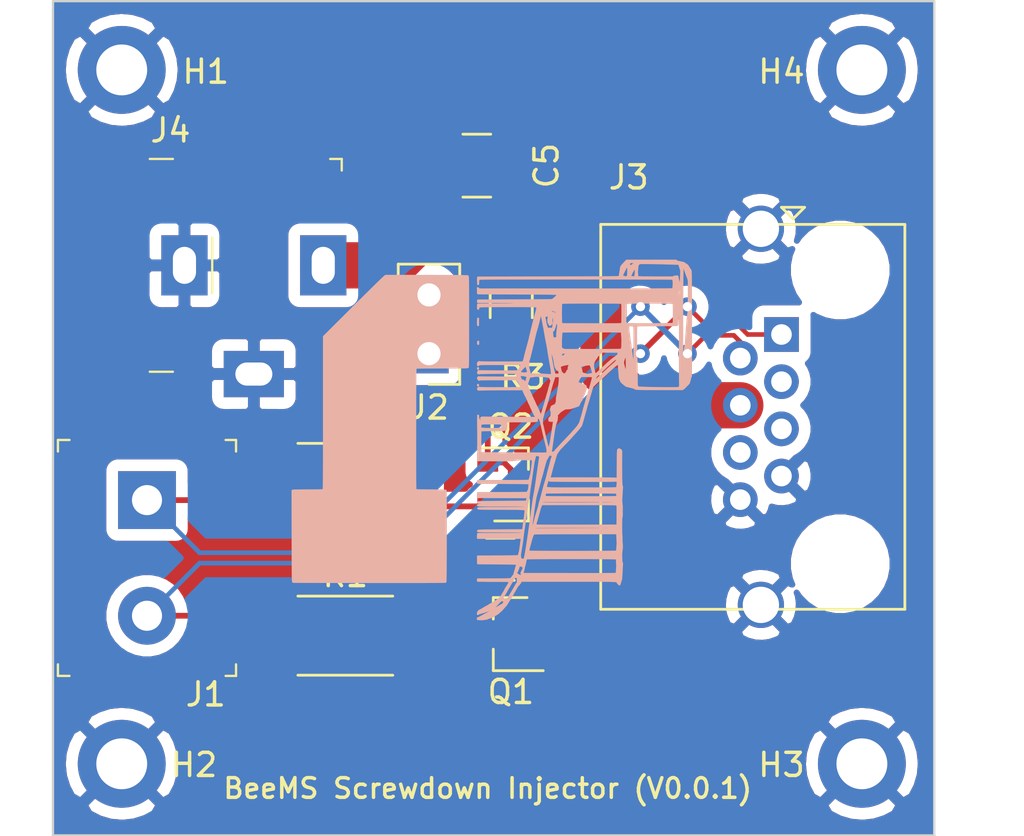
<source format=kicad_pcb>
(kicad_pcb (version 20171130) (host pcbnew 5.1.5-52549c5~84~ubuntu18.04.1)

  (general
    (thickness 1.6)
    (drawings 5)
    (tracks 58)
    (zones 0)
    (modules 16)
    (nets 11)
  )

  (page A4)
  (layers
    (0 F.Cu signal)
    (31 B.Cu signal)
    (32 B.Adhes user)
    (33 F.Adhes user)
    (34 B.Paste user)
    (35 F.Paste user)
    (36 B.SilkS user)
    (37 F.SilkS user)
    (38 B.Mask user)
    (39 F.Mask user)
    (40 Dwgs.User user)
    (41 Cmts.User user)
    (42 Eco1.User user)
    (43 Eco2.User user)
    (44 Edge.Cuts user)
    (45 Margin user)
    (46 B.CrtYd user)
    (47 F.CrtYd user)
    (48 B.Fab user)
    (49 F.Fab user)
  )

  (setup
    (last_trace_width 0.25)
    (user_trace_width 2)
    (trace_clearance 0.2)
    (zone_clearance 0.508)
    (zone_45_only no)
    (trace_min 0.2)
    (via_size 0.8)
    (via_drill 0.4)
    (via_min_size 0.4)
    (via_min_drill 0.3)
    (uvia_size 0.3)
    (uvia_drill 0.1)
    (uvias_allowed no)
    (uvia_min_size 0.2)
    (uvia_min_drill 0.1)
    (edge_width 0.05)
    (segment_width 0.2)
    (pcb_text_width 0.3)
    (pcb_text_size 1.5 1.5)
    (mod_edge_width 0.12)
    (mod_text_size 1 1)
    (mod_text_width 0.15)
    (pad_size 1.524 1.524)
    (pad_drill 0.762)
    (pad_to_mask_clearance 0.051)
    (solder_mask_min_width 0.25)
    (aux_axis_origin 0 0)
    (visible_elements FFFFFF7F)
    (pcbplotparams
      (layerselection 0x010fc_ffffffff)
      (usegerberextensions false)
      (usegerberattributes false)
      (usegerberadvancedattributes false)
      (creategerberjobfile false)
      (excludeedgelayer true)
      (linewidth 0.100000)
      (plotframeref false)
      (viasonmask false)
      (mode 1)
      (useauxorigin false)
      (hpglpennumber 1)
      (hpglpenspeed 20)
      (hpglpendiameter 15.000000)
      (psnegative false)
      (psa4output false)
      (plotreference true)
      (plotvalue true)
      (plotinvisibletext false)
      (padsonsilk false)
      (subtractmaskfromsilk false)
      (outputformat 1)
      (mirror false)
      (drillshape 1)
      (scaleselection 1)
      (outputdirectory ""))
  )

  (net 0 "")
  (net 1 GND)
  (net 2 "Net-(C1-Pad1)")
  (net 3 +12V)
  (net 4 CAN_+)
  (net 5 "Net-(J2-Pad1)")
  (net 6 "Net-(J3-Pad6)")
  (net 7 "Net-(J3-Pad3)")
  (net 8 "Net-(Q1-Pad3)")
  (net 9 "Net-(Q2-Pad2)")
  (net 10 CAN_-)

  (net_class Default "This is the default net class."
    (clearance 0.2)
    (trace_width 0.25)
    (via_dia 0.8)
    (via_drill 0.4)
    (uvia_dia 0.3)
    (uvia_drill 0.1)
    (add_net +12V)
    (add_net CAN_+)
    (add_net CAN_-)
    (add_net GND)
    (add_net "Net-(C1-Pad1)")
    (add_net "Net-(J2-Pad1)")
    (add_net "Net-(J3-Pad3)")
    (add_net "Net-(J3-Pad6)")
    (add_net "Net-(Q1-Pad3)")
    (add_net "Net-(Q2-Pad2)")
  )

  (module BeeMS:Half-U-Half-car-thresh (layer B.Cu) (tedit 5E45B14A) (tstamp 5E591F0B)
    (at 116 116)
    (descr "Imported from Half-U-Half-car-thresh.svg")
    (tags svg2mod)
    (attr smd)
    (fp_text reference svg2mod (at 0 10.80135) (layer B.SilkS) hide
      (effects (font (size 1.524 1.524) (thickness 0.3048)) (justify mirror))
    )
    (fp_text value G*** (at 0 -10.80135) (layer B.SilkS) hide
      (effects (font (size 1.524 1.524) (thickness 0.3048)) (justify mirror))
    )
    (fp_poly (pts (xy 5.805597 -7.7216) (xy 5.963574 -7.486431) (xy 5.937766 -7.588066) (xy 5.959991 -7.688833)
      (xy 6.198384 -7.684876) (xy 6.198384 -7.684874) (xy 6.205607 -7.646774) (xy 6.169065 -7.62635)
      (xy 6.069427 -7.549486) (xy 5.963574 -7.486431) (xy 5.805597 -7.7216) (xy 7.956022 -7.617319)
      (xy 8.097941 -7.614235) (xy 8.187121 -7.330177) (xy 8.181472 -7.100327) (xy 8.172314 -6.889752)
      (xy 8.159974 -6.659327) (xy 8.146675 -6.381752) (xy 8.123987 -6.081062) (xy 8.072848 -6.05076)
      (xy 8.04616 -6.258374) (xy 8.055685 -6.464595) (xy 8.099941 -6.499814) (xy 8.096766 -6.572252)
      (xy 8.084569 -6.655338) (xy 8.117661 -6.727211) (xy 8.085408 -6.816434) (xy 8.045966 -6.957197)
      (xy 8.026009 -7.072995) (xy 7.880866 -7.061202) (xy 7.837831 -7.029452) (xy 7.075123 -7.029651)
      (xy 6.520907 -7.033096) (xy 6.293774 -7.041635) (xy 6.277082 -7.276987) (xy 6.302642 -7.555362)
      (xy 6.38002 -7.643666) (xy 6.543987 -7.646306) (xy 6.89321 -7.643105) (xy 7.315011 -7.635625)
      (xy 7.696716 -7.625427) (xy 7.696716 -7.625423) (xy 7.956022 -7.617319) (xy 5.805597 -7.7216)
      (xy 5.888318 -7.524689) (xy 5.896915 -7.296187) (xy 5.888318 -7.067556) (xy 5.778503 -7.032041)
      (xy 5.620246 -7.084381) (xy 5.65133 -7.168254) (xy 5.690247 -7.246044) (xy 5.716221 -7.296758)
      (xy 5.747106 -7.359135) (xy 5.785296 -7.4358) (xy 5.810746 -7.481423) (xy 5.823483 -7.531204)
      (xy 5.888298 -7.524689) (xy 5.888318 -7.524689) (xy 5.805597 -7.7216) (xy 6.057616 -7.249506)
      (xy 6.135638 -7.389206) (xy 6.215695 -7.425922) (xy 6.22288 -7.224951) (xy 6.201455 -7.040012)
      (xy 5.965815 -7.045325) (xy 6.057616 -7.249506) (xy 5.805597 -7.7216) (xy -4.590944 -7.095547)
      (xy -4.648261 -7.049331) (xy -4.800016 -6.906267) (xy -5.05805 -6.654816) (xy -5.434204 -6.28344)
      (xy -5.940319 -5.780599) (xy -7.257521 -4.469403) (xy -7.257521 -1.160916) (xy -7.257656 -0.374048)
      (xy -7.258088 0.288132) (xy -7.258856 0.834322) (xy -7.26 1.273222) (xy -7.26156 1.61353)
      (xy -7.263577 1.863944) (xy -7.266089 2.033164) (xy -7.269137 2.129886) (xy -7.272761 2.162811)
      (xy -7.42352 2.174759) (xy -7.923636 2.178224) (xy -8.380959 2.180607) (xy -8.587886 2.186066)
      (xy -8.616501 2.193734) (xy -8.613286 4.162707) (xy -8.61181 4.988419) (xy -8.610059 5.543531)
      (xy -8.607251 5.881926) (xy -8.602605 6.057487) (xy -8.595339 6.124096) (xy -8.584672 6.135637)
      (xy -8.52714 6.136398) (xy -8.370194 6.137218) (xy -8.123336 6.138075) (xy -7.796066 6.138949)
      (xy -7.397888 6.139819) (xy -6.938302 6.140664) (xy -6.426813 6.141463) (xy -5.87292 6.142196)
      (xy -5.286126 6.142842) (xy -4.593387 6.143373) (xy -3.983789 6.143506) (xy -3.456803 6.143241)
      (xy -3.011899 6.142575) (xy -2.648548 6.141508) (xy -2.36622 6.140037) (xy -2.164386 6.138161)
      (xy -2.042515 6.135879) (xy -2.00008 6.133189) (xy -1.996203 6.020035) (xy -1.992858 5.719927)
      (xy -1.990119 5.279542) (xy -1.988057 4.745555) (xy -1.986744 4.16464) (xy -1.986254 3.583473)
      (xy -1.986658 3.04873) (xy -1.988029 2.607085) (xy -1.99044 2.305215) (xy -1.993962 2.189794)
      (xy -2.176755 2.181268) (xy -2.638646 2.177856) (xy -3.096261 2.174389) (xy -3.294166 2.16621)
      (xy -3.300052 2.135631) (xy -3.30447 2.034441) (xy -3.307585 1.835792) (xy -3.30956 1.512831)
      (xy -3.310561 1.038711) (xy -3.310751 0.386579) (xy -3.310295 -0.470413) (xy -3.309489 -1.229221)
      (xy -3.308275 -1.843584) (xy -3.306588 -2.323912) (xy -3.304365 -2.680614) (xy -3.301539 -2.9241)
      (xy -3.298046 -3.064781) (xy -3.293821 -3.113067) (xy -3.202569 -3.124089) (xy -2.868507 -3.129262)
      (xy -2.164821 -3.13055) (xy -1.468651 -3.131856) (xy -1.130907 -3.136929) (xy -1.036263 -3.1475)
      (xy -1.030893 -3.221648) (xy -1.026889 -3.439811) (xy -1.024139 -3.817589) (xy -1.022528 -4.370582)
      (xy -1.021944 -5.114391) (xy -1.022257 -5.938878) (xy -1.0237 -6.501389) (xy -1.026668 -6.848068)
      (xy -1.03156 -7.025059) (xy -1.038772 -7.078507) (xy -1.105895 -7.084031) (xy -1.301993 -7.0884)
      (xy -1.641383 -7.091755) (xy -2.138383 -7.094238) (xy -2.807312 -7.095991) (xy -3.361019 -7.096841)
      (xy -3.846201 -7.097215) (xy -4.232892 -7.097118) (xy -4.491128 -7.09656) (xy -4.590944 -7.095547)
      (xy 5.805597 -7.7216) (xy 5.768613 -7.68985) (xy 5.634665 -7.541796) (xy 5.59275 -7.483824)
      (xy 5.54598 -7.178024) (xy 5.519934 -7.051024) (xy 5.481097 -7.046935) (xy 5.365997 -7.043399)
      (xy 5.163565 -7.040339) (xy 4.862739 -7.037677) (xy 4.452451 -7.035335) (xy 3.921637 -7.033235)
      (xy 3.259231 -7.031299) (xy 2.454169 -7.02945) (xy -0.596371 -7.0231) (xy -0.598495 -6.86435)
      (xy -0.590754 -6.73735) (xy -0.587087 -6.852288) (xy -0.571695 -6.957063) (xy -0.557553 -6.962125)
      (xy -0.515907 -6.966331) (xy -0.431376 -6.969758) (xy -0.288578 -6.972487) (xy -0.072133 -6.974595)
      (xy 0.23334 -6.976163) (xy 0.643223 -6.977269) (xy 1.172896 -6.977991) (xy 1.837741 -6.97841)
      (xy 2.653138 -6.978603) (xy 3.634469 -6.97865) (xy 4.376809 -6.978546) (xy 5.044332 -6.978233)
      (xy 5.637999 -6.977708) (xy 6.158768 -6.976967) (xy 6.607599 -6.976008) (xy 6.985451 -6.974828)
      (xy 7.293284 -6.973424) (xy 7.532057 -6.971792) (xy 7.702729 -6.96993) (xy 7.806261 -6.967834)
      (xy 7.843611 -6.965502) (xy 8.04939 -5.806989) (xy 8.064916 -5.932399) (xy 8.119639 -5.934721)
      (xy 8.12717 -5.804949) (xy 8.04939 -5.806989) (xy 7.843611 -6.965502) (xy 8.045111 -5.320263)
      (xy 8.050844 -5.625938) (xy 8.091539 -5.683262) (xy 8.122842 -5.656625) (xy 8.128169 -5.591881)
      (xy 8.131741 -5.411222) (xy 8.133646 -5.100057) (xy 8.133974 -4.643796) (xy 8.132814 -4.027849)
      (xy 8.132004 -3.519495) (xy 8.132333 -3.070523) (xy 8.133696 -2.708952) (xy 8.135988 -2.462799)
      (xy 8.139103 -2.360084) (xy 8.123228 -2.268009) (xy 8.035715 -2.245122) (xy 7.611006 -2.241897)
      (xy 7.310627 -2.243695) (xy 6.990105 -2.248068) (xy 6.718831 -2.254076) (xy 6.365055 -2.268041)
      (xy 6.290206 -2.293247) (xy 6.271501 -2.386184) (xy 6.267894 -2.760494) (xy 6.263987 -3.171913)
      (xy 6.254654 -3.543312) (xy 6.24393 -3.943995) (xy 6.238529 -4.382268) (xy 6.239153 -4.741231)
      (xy 6.246503 -4.903986) (xy 6.289028 -4.945261) (xy 6.394521 -4.95331) (xy 6.681039 -4.957902)
      (xy 7.168723 -4.959362) (xy 7.707618 -4.960652) (xy 7.96176 -4.965923) (xy 8.032337 -4.977275)
      (xy 8.045111 -5.320263) (xy 7.843611 -6.965502) (xy 7.868177 -6.7437) (xy 7.836834 -6.431271)
      (xy 7.83327 -6.392561) (xy 7.807719 -6.390656) (xy 7.735264 -6.388975) (xy 7.616155 -6.387517)
      (xy 7.450639 -6.386284) (xy 7.238965 -6.385274) (xy 6.981381 -6.384488) (xy 6.678134 -6.383926)
      (xy 6.329474 -6.383589) (xy 5.935649 -6.383475) (xy 5.496907 -6.383586) (xy 5.013496 -6.383921)
      (xy 4.485665 -6.384481) (xy 3.913661 -6.385265) (xy 3.297733 -6.386274) (xy 2.638129 -6.387507)
      (xy 1.935098 -6.388965) (xy 1.188888 -6.390648) (xy 0.419445 -6.392789) (xy -0.076574 -6.395455)
      (xy -0.359609 -6.399514) (xy -0.4901 -6.405833) (xy -0.528488 -6.415277) (xy -0.544523 -6.446945)
      (xy -0.498929 -6.448591) (xy -0.368237 -6.450156) (xy -0.158458 -6.451623) (xy 0.124393 -6.452977)
      (xy 0.474304 -6.454201) (xy 0.885263 -6.45528) (xy 1.351257 -6.456198) (xy 1.866272 -6.45694)
      (xy 2.424297 -6.45749) (xy 3.019317 -6.457831) (xy 3.645321 -6.457948) (xy 7.828366 -6.457948)
      (xy 7.836834 -6.431271) (xy 7.868177 -6.7437) (xy 7.830079 -6.292424) (xy 7.824093 -6.260588)
      (xy 7.781779 -6.248129) (xy 7.553505 -6.252813) (xy 7.02894 -6.25476) (xy 6.426358 -6.258014)
      (xy 6.293379 -6.272752) (xy 6.309254 -6.297149) (xy 6.557567 -6.30365) (xy 7.07431 -6.304469)
      (xy 7.588731 -6.300447) (xy 7.830079 -6.292424) (xy 7.868177 -6.7437) (xy 7.815752 -6.065531)
      (xy 7.80717 -6.038121) (xy 7.541959 -6.027229) (xy 6.841429 -6.025517) (xy 6.345224 -6.026722)
      (xy 5.988266 -6.029466) (xy 5.847833 -6.033153) (xy 5.836179 -6.052228) (xy 5.956967 -6.058932)
      (xy 6.294361 -6.064195) (xy 6.810904 -6.067433) (xy 7.302746 -6.06951) (xy 7.655207 -6.07175)
      (xy 7.791979 -6.073668) (xy 7.815752 -6.065531) (xy 7.868177 -6.7437) (xy 7.86434 -5.837715)
      (xy 7.86886 -5.475133) (xy 7.866464 -5.128331) (xy 7.853275 -5.028159) (xy 7.693999 -5.017497)
      (xy 7.314421 -5.010295) (xy 6.824506 -5.006866) (xy 6.334217 -5.00752) (xy 5.953518 -5.012569)
      (xy 5.792372 -5.022325) (xy 5.776313 -5.109579) (xy 5.775689 -5.471854) (xy 5.77903 -5.904766)
      (xy 5.81078 -5.920825) (xy 5.975409 -5.930576) (xy 6.35211 -5.936502) (xy 6.834222 -5.938575)
      (xy 7.315084 -5.936766) (xy 7.688035 -5.931046) (xy 7.846414 -5.921385) (xy 7.846412 -5.921383)
      (xy 7.86434 -5.837715) (xy 7.868177 -6.7437) (xy 7.843611 -6.521897) (xy 8.234062 -5.702004)
      (xy 8.235885 -6.240767) (xy 8.238758 -6.723995) (xy 8.242633 -7.115314) (xy 8.247463 -7.378351)
      (xy 8.253201 -7.476731) (xy 8.330631 -7.458081) (xy 8.34303 -7.380306) (xy 8.36787 -7.310456)
      (xy 8.394867 -7.236205) (xy 8.426083 -7.153655) (xy 8.457415 -7.067698) (xy 8.493402 -6.981859)
      (xy 8.516692 -6.867911) (xy 8.517281 -6.245117) (xy 8.513821 -5.762679) (xy 8.506046 -5.54468)
      (xy 8.488861 -5.448306) (xy 8.456737 -5.105406) (xy 8.430544 -4.787906) (xy 8.40247 -4.432306)
      (xy 8.379633 -4.114466) (xy 8.349364 -3.95953) (xy 8.337975 -3.672562) (xy 8.287916 -3.331597)
      (xy 8.263819 -3.302006) (xy 8.24782 -3.340106) (xy 8.24235 -3.448235) (xy 8.238215 -3.71907)
      (xy 8.235365 -4.116238) (xy 8.233755 -4.603366) (xy 8.233336 -5.144079) (xy 8.234062 -5.702004)
      (xy 7.843611 -6.521897) (xy 7.806285 -6.519565) (xy 7.702826 -6.51747) (xy 7.532275 -6.515607)
      (xy 7.293674 -6.513976) (xy 6.986065 -6.512571) (xy 6.608488 -6.511391) (xy 6.159987 -6.510432)
      (xy 5.639601 -6.509692) (xy 5.046373 -6.509166) (xy 4.379344 -6.508853) (xy 3.637555 -6.50875)
      (xy -0.543934 -6.50875) (xy -0.573862 -6.536865) (xy -0.603789 -6.56498) (xy -0.60183 -5.112807)
      (xy -0.601829 -5.112807) (xy -0.594893 -4.962944) (xy -0.592135 -5.248264) (xy -0.60183 -5.112807)
      (xy -0.603789 -6.56498) (xy -0.600083 -6.45114) (xy -0.596372 -6.3373) (xy 1.113004 -6.33095)
      (xy 1.986563 -6.32742) (xy 4.586849 -6.30456) (xy 5.135489 -6.303874) (xy 5.402453 -6.299072)
      (xy 5.478914 -6.288519) (xy 5.484702 -6.263119) (xy 5.357217 -6.25891) (xy 5.031031 -6.255908)
      (xy 4.576762 -6.254762) (xy 4.002361 -6.256015) (xy 3.739816 -6.261266) (xy 3.677179 -6.272754)
      (xy 3.693054 -6.297151) (xy 3.821357 -6.300516) (xy 4.142462 -6.303177) (xy 4.586849 -6.30456)
      (xy 1.986563 -6.32742) (xy 2.507331 -6.322775) (xy 3.340629 -6.303278) (xy 3.559911 -6.288797)
      (xy 3.568686 -6.266572) (xy 3.333843 -6.254945) (xy 3.105679 -6.264909) (xy 3.340629 -6.303278)
      (xy 2.507331 -6.322775) (xy 2.766457 -6.313888) (xy 4.38074 -6.067482) (xy 4.862313 -6.066729)
      (xy 5.283975 -6.06566) (xy 5.585354 -6.064324) (xy 5.585354 -6.064322) (xy 5.594879 -6.040219)
      (xy 5.542927 -6.014612) (xy 5.443391 -6.019178) (xy 5.180614 -6.022685) (xy 4.784957 -6.024869)
      (xy 4.286779 -6.025468) (xy 3.638 -6.02576) (xy 3.262382 -6.028166) (xy 3.088425 -6.033724)
      (xy 3.044629 -6.04347) (xy 3.062776 -6.066364) (xy 3.180274 -6.067361) (xy 3.479349 -6.067848)
      (xy 3.899628 -6.067872) (xy 4.38074 -6.067482) (xy 2.766457 -6.313888) (xy 2.85509 -6.297631)
      (xy 3.013012 -5.921385) (xy 3.082078 -5.929119) (xy 3.292873 -5.933993) (xy 3.68843 -5.936531)
      (xy 4.31178 -5.93726) (xy 4.991359 -5.936643) (xy 5.38107 -5.933966) (xy 5.562554 -5.927994)
      (xy 5.617453 -5.91749) (xy 5.617453 -5.917491) (xy 5.642148 -5.846525) (xy 5.645679 -5.468609)
      (xy 5.642205 -5.103729) (xy 5.623454 -5.021296) (xy 5.566273 -5.011968) (xy 5.377542 -5.006773)
      (xy 4.988712 -5.00487) (xy 4.331229 -5.005415) (xy 3.836608 -5.006427) (xy 3.428695 -5.007467)
      (xy 3.149786 -5.008412) (xy 3.042179 -5.009141) (xy 2.996769 -5.069933) (xy 2.990911 -5.468494)
      (xy 2.995018 -5.837259) (xy 3.013012 -5.921385) (xy 2.85509 -6.297631) (xy 2.864379 -6.27088)
      (xy 2.670991 -5.932173) (xy 2.589175 -5.856979) (xy 2.492375 -5.901429) (xy 2.456923 -5.943607)
      (xy 2.517775 -5.951137) (xy 2.670991 -5.932173) (xy 2.864379 -6.27088) (xy 2.775952 -5.555619)
      (xy 2.822929 -5.455948) (xy 2.796936 -5.398798) (xy 2.699237 -5.480316) (xy 2.607467 -5.511899)
      (xy 2.521785 -5.524324) (xy 2.535572 -5.595752) (xy 2.64417 -5.617335) (xy 2.775952 -5.555619)
      (xy 2.864379 -6.27088) (xy 2.813167 -5.226894) (xy 2.806199 -5.136276) (xy 2.757411 -5.227107)
      (xy 2.813167 -5.226909) (xy 2.813167 -5.226894) (xy 2.864379 -6.27088) (xy 2.842542 -5.055632)
      (xy 2.868806 -4.958939) (xy 2.85167 -4.822968) (xy 2.826314 -4.604642) (xy 2.826314 -4.443638)
      (xy 2.782497 -4.395802) (xy 2.656603 -4.394226) (xy 2.621445 -4.478506) (xy 2.605199 -4.697404)
      (xy 2.667342 -4.743368) (xy 2.737241 -4.929894) (xy 2.757371 -5.053719) (xy 2.842542 -5.055632)
      (xy 2.864379 -6.27088) (xy 2.996325 -4.941232) (xy 3.082419 -4.927985) (xy 3.030566 -4.860291)
      (xy 2.996325 -4.941232) (xy 2.864379 -6.27088) (xy 2.991379 -3.970621) (xy 2.991379 -4.318307)
      (xy 3.013604 -4.678939) (xy 3.104438 -4.684595) (xy 3.353476 -4.688717) (xy 3.758558 -4.691283)
      (xy 4.317529 -4.69227) (xy 5.014194 -4.691907) (xy 5.402686 -4.689315) (xy 5.574831 -4.683042)
      (xy 5.622454 -4.671638) (xy 5.622454 -4.671639) (xy 5.645679 -4.32548) (xy 5.637485 -4.003236)
      (xy 5.604636 -3.903028) (xy 5.501194 -3.899059) (xy 5.231454 -3.895915) (xy 4.836357 -3.893912)
      (xy 4.356847 -3.893369) (xy 3.125166 -3.894075) (xy 3.058272 -3.932348) (xy 2.991379 -3.970621)
      (xy 2.864379 -6.27088) (xy 2.987195 -3.580333) (xy 3.014351 -3.762374) (xy 3.120805 -3.778249)
      (xy 3.207278 -3.778249) (xy 3.207278 -3.741222) (xy 3.134253 -3.633528) (xy 2.987195 -3.580333)
      (xy 2.864379 -6.27088) (xy 2.921712 -2.981028) (xy 2.92534 -2.827219) (xy 2.719626 -2.826397)
      (xy 2.660666 -3.012391) (xy 2.624532 -3.196541) (xy 2.593182 -3.370777) (xy 2.560676 -3.564135)
      (xy 2.541889 -3.769788) (xy 2.624514 -3.754952) (xy 2.624512 -3.754954) (xy 2.699922 -3.472481)
      (xy 2.734847 -3.237762) (xy 2.762778 -3.142893) (xy 2.822145 -3.051066) (xy 2.921712 -2.981028)
      (xy 2.864379 -6.27088) (xy 2.88115 -3.405344) (xy 2.858519 -3.256904) (xy 2.788155 -3.34478)
      (xy 2.88115 -3.405344) (xy 2.864379 -6.27088) (xy 2.934719 -3.175639) (xy 3.023188 -3.224796)
      (xy 3.127045 -3.254002) (xy 3.203245 -3.27007) (xy 3.277104 -3.281877) (xy 3.416804 -3.274488)
      (xy 3.416805 -3.274488) (xy 3.410455 -3.230725) (xy 3.370688 -3.20596) (xy 3.329291 -3.161914)
      (xy 3.31801 -3.071809) (xy 3.315704 -3.007622) (xy 3.269882 -2.989777) (xy 3.231552 -2.899549)
      (xy 3.124057 -2.811977) (xy 2.991354 -2.934838) (xy 2.95686 -3.079148) (xy 2.934719 -3.175639)
      (xy 2.864379 -6.27088) (xy 2.937772 -2.591166) (xy 2.918754 -2.402543) (xy 2.889738 -2.223309)
      (xy 2.856488 -2.024583) (xy 2.813487 -1.82791) (xy 2.81313 -1.736956) (xy 2.807987 -1.637508)
      (xy 2.746265 -1.50414) (xy 2.6729 -1.485483) (xy 2.593077 -1.442237) (xy 2.555928 -1.323943)
      (xy 2.588125 -1.191073) (xy 2.575239 -1.029519) (xy 2.483273 -0.919413) (xy 2.489509 -0.835632)
      (xy 2.58495 -0.824433) (xy 2.692848 -0.830948) (xy 2.660979 -0.620174) (xy 2.610187 -0.286938)
      (xy 2.583722 -0.132282) (xy 2.547108 0.115368) (xy 2.455586 0.449356) (xy 2.407221 0.29596)
      (xy 2.3754 0.159818) (xy 2.34365 0.019454) (xy 2.30555 -0.132282) (xy 2.267397 -0.293161)
      (xy 2.235647 -0.42971) (xy 2.20395 -0.571913) (xy 2.1722 -0.711352) (xy 2.170538 -0.909674)
      (xy 2.206103 -1.029751) (xy 2.237696 -1.142763) (xy 2.271087 -1.253287) (xy 2.305246 -1.37004)
      (xy 2.34455 -1.490664) (xy 2.382458 -1.616688) (xy 2.415527 -1.733959) (xy 2.445264 -1.840433)
      (xy 2.475417 -1.950886) (xy 2.507315 -2.065186) (xy 2.538216 -2.181141) (xy 2.567734 -2.289091)
      (xy 2.598551 -2.401356) (xy 2.634002 -2.514194) (xy 2.661221 -2.59462) (xy 2.709276 -2.748008)
      (xy 2.8326 -2.757884) (xy 2.9342 -2.754832) (xy 2.937772 -2.591166) (xy 2.864379 -6.27088)
      (xy 2.700456 -6.115034) (xy 6.051329 -6.254764) (xy 5.963179 -6.272756) (xy 5.979054 -6.297152)
      (xy 6.129468 -6.292226) (xy 6.051329 -6.254764) (xy 2.700456 -6.115034) (xy 2.605228 -6.048546)
      (xy 1.38483 -5.88646) (xy 1.358681 -5.87376) (xy 1.34038 -5.88646) (xy 1.36653 -5.89916)
      (xy 1.38483 -5.88646) (xy 2.605228 -6.048546) (xy 2.22938 -5.889576) (xy 1.95633 -5.885343)
      (xy 2.073805 -5.898069) (xy 2.22938 -5.889576) (xy 2.605228 -6.048546) (xy 2.175929 -5.759462)
      (xy 2.243663 -5.695558) (xy 2.243662 -5.695558) (xy 2.30558 -5.588967) (xy 2.28642 -5.538926)
      (xy 2.203896 -5.578172) (xy 2.17858 -5.638812) (xy 2.175929 -5.759462) (xy 2.605228 -6.048546)
      (xy 2.090672 -5.71951) (xy 2.07554 -5.555368) (xy 2.020768 -5.642705) (xy 2.090672 -5.71951)
      (xy 2.605228 -6.048546) (xy 2.52292 -6.047266) (xy 2.345813 -5.844581) (xy 2.42623 -5.830696)
      (xy 2.357168 -5.803198) (xy 2.345813 -5.844581) (xy 2.52292 -6.047266) (xy 2.294723 -6.045513)
      (xy 2.450903 -5.416845) (xy 2.456294 -5.289972) (xy 2.437604 -5.185711) (xy 2.449372 -5.080012)
      (xy 2.513434 -4.972465) (xy 2.582924 -5.031552) (xy 2.583241 -5.323088) (xy 2.594394 -5.406187)
      (xy 2.647574 -5.417065) (xy 2.692569 -5.179374) (xy 2.642284 -4.811829) (xy 2.395578 -4.810321)
      (xy 2.33198 -5.013717) (xy 2.299264 -5.18796) (xy 2.267514 -5.327277) (xy 2.450918 -5.416843)
      (xy 2.450903 -5.416845) (xy 2.294723 -6.045513) (xy 1.947539 -6.043448) (xy 1.508273 -6.041231)
      (xy 1.003829 -6.039021) (xy -0.596371 -6.0325) (xy -0.596371 -5.997189) (xy -0.596371 -5.961876)
      (xy 0.174059 -5.962448) (xy 0.676395 -5.961575) (xy 0.902274 -5.956135) (xy 0.96409 -5.943422)
      (xy 0.973258 -5.895609) (xy 0.962824 -5.8674) (xy 0.183226 -5.86105) (xy -0.596371 -5.8547)
      (xy -0.598177 -5.72135) (xy -0.589182 -5.669567) (xy -0.586967 -4.150711) (xy -0.587166 -4.252311)
      (xy -0.599919 -4.191) (xy -0.599925 -4.191) (xy -0.586967 -4.150711) (xy -0.589182 -5.669567)
      (xy -0.56164 -5.767873) (xy -0.417277 -5.776183) (xy -0.05984 -5.782117) (xy 0.425549 -5.785548)
      (xy 0.95377 -5.786346) (xy 1.439702 -5.784383) (xy 1.798225 -5.779531) (xy 1.944217 -5.77166)
      (xy 2.098239 -5.483237) (xy 2.151086 -5.470537) (xy 2.151086 -5.470538) (xy 2.16906 -5.339065)
      (xy 2.19873 -5.194445) (xy 2.229973 -5.024294) (xy 2.268274 -4.832363) (xy 2.299194 -4.654563)
      (xy 2.330617 -4.470812) (xy 2.366287 -4.28726) (xy 2.401911 -4.109161) (xy 2.432598 -3.933433)
      (xy 2.456269 -3.768232) (xy 2.486696 -3.593192) (xy 2.519214 -3.402692) (xy 2.550841 -3.225813)
      (xy 2.584328 -3.0424) (xy 2.598674 -2.827586) (xy 2.536253 -2.804808) (xy 2.215744 -2.82522)
      (xy 1.791488 -2.841835) (xy 1.639327 -2.844812) (xy 1.623489 -2.955814) (xy 1.575625 -3.130016)
      (xy 1.582954 -3.405806) (xy 1.628325 -3.553402) (xy 1.66039 -3.681185) (xy 1.692763 -3.814535)
      (xy 1.722312 -3.937491) (xy 1.754111 -4.064491) (xy 1.786491 -4.19251) (xy 1.810298 -4.306912)
      (xy 1.842048 -4.441356) (xy 1.873798 -4.572343) (xy 1.905107 -4.697113) (xy 1.94463 -4.826374)
      (xy 1.984573 -4.971064) (xy 2.022995 -5.117114) (xy 2.051845 -5.238762) (xy 2.083291 -5.378462)
      (xy 2.098239 -5.483237) (xy 1.944217 -5.77166) (xy 1.969248 -5.707349) (xy 2.031172 -5.485373)
      (xy 2.030894 -5.330837) (xy 1.952037 -5.334611) (xy 1.968442 -5.471859) (xy 2.03119 -5.485374)
      (xy 2.031172 -5.485373) (xy 1.969248 -5.707349) (xy 1.873814 -5.131659) (xy 1.90204 -5.219004)
      (xy 1.969658 -5.209181) (xy 1.969657 -5.209181) (xy 1.973074 -5.123753) (xy 1.93781 -5.052415)
      (xy 1.873814 -5.131659) (xy 1.969248 -5.707349) (xy 1.845686 -4.984572) (xy 1.869844 -4.974788)
      (xy 1.869844 -4.974797) (xy 1.911914 -4.870614) (xy 1.877849 -4.806532) (xy 1.827049 -4.788935)
      (xy 1.845686 -4.984572) (xy 1.969248 -5.707349) (xy 1.774753 -4.714812) (xy 1.824837 -4.678758)
      (xy 1.824839 -4.678758) (xy 1.822172 -4.574121) (xy 1.782594 -4.517412) (xy 1.774753 -4.714812)
      (xy 1.969248 -5.707349) (xy 1.691338 -4.34605) (xy 1.763117 -4.42563) (xy 1.706131 -4.258324)
      (xy 1.691338 -4.34605) (xy 1.969248 -5.707349) (xy 1.638181 -4.166014) (xy 1.700674 -4.181482)
      (xy 1.633721 -4.034152) (xy 1.638181 -4.166014) (xy 1.969248 -5.707349) (xy 1.943011 -5.585601)
      (xy 1.577042 -3.917035) (xy 1.63747 -3.923267) (xy 1.645179 -3.848107) (xy 1.599817 -3.752857)
      (xy 1.577042 -3.917035) (xy 1.943011 -5.585601) (xy 1.48008 -3.621402) (xy 1.53928 -3.713677)
      (xy 1.582094 -3.661339) (xy 1.536613 -3.525207) (xy 1.48008 -3.621402) (xy 1.943011 -5.585601)
      (xy 1.90017 -5.436721) (xy 1.863273 -5.303609) (xy 1.827078 -5.16413) (xy 1.795576 -5.039786)
      (xy 1.763826 -4.912786) (xy 1.733775 -4.787899) (xy 1.702141 -4.655553) (xy 1.669119 -4.522203)
      (xy 1.645226 -4.412758) (xy 1.618693 -4.292108) (xy 1.305128 -3.069132) (xy 1.452314 -3.217011)
      (xy 1.479192 -3.206139) (xy 1.510448 -3.141447) (xy 1.550245 -3.014369) (xy 1.561697 -2.895435)
      (xy 1.378586 -2.875478) (xy 1.175254 -2.914129) (xy 1.305128 -3.069132) (xy 1.618693 -4.292108)
      (xy 1.581116 -4.148895) (xy 1.544351 -4.014449) (xy 1.505391 -3.879231) (xy 1.468181 -3.745008)
      (xy 1.43626 -3.61753) (xy 1.632454 -2.734623) (xy 1.924554 -2.773095) (xy 2.299204 -2.754054)
      (xy 2.496054 -2.727381) (xy 2.578551 -2.565357) (xy 2.546854 -2.450956) (xy 2.515104 -2.33939)
      (xy 2.483354 -2.22786) (xy 2.458636 -2.12752) (xy 2.424834 -2.010551) (xy 2.386993 -1.887936)
      (xy 2.363276 -1.794013) (xy 2.330585 -1.67685) (xy 2.292854 -1.55359) (xy 2.263205 -1.451801)
      (xy 2.225807 -1.330128) (xy 2.193478 -1.215828) (xy 2.160033 -1.11409) (xy 2.102911 -1.03999)
      (xy 2.089654 -1.073634) (xy 1.999499 -1.287984) (xy 1.967385 -1.351484) (xy 1.87874 -1.537606)
      (xy 1.810254 -1.697819) (xy 1.784854 -1.748649) (xy 1.759454 -1.805045) (xy 1.727704 -1.872184)
      (xy 1.695954 -1.932041) (xy 1.657854 -2.020262) (xy 1.619472 -2.105747) (xy 1.594354 -2.151584)
      (xy 1.569237 -2.200424) (xy 1.543871 -2.25274) (xy 1.525072 -2.413398) (xy 1.555857 -2.517239)
      (xy 1.594354 -2.640534) (xy 1.632454 -2.734623) (xy 1.43626 -3.61753) (xy 1.404737 -3.479799)
      (xy 1.370012 -3.390899) (xy 1.358811 -3.352799) (xy 0.404076 -3.352799) (xy -0.17674 -3.354155)
      (xy -0.475342 -3.359039) (xy -0.566531 -3.368674) (xy -0.602722 -3.308349) (xy -0.600712 -3.09245)
      (xy -0.594307 -3.076575) (xy -0.594307 -3.108325) (xy -0.600712 -3.09245) (xy -0.602722 -3.308349)
      (xy -0.600712 -2.36855) (xy -0.594307 -2.352675) (xy -0.594307 -2.384425) (xy -0.600712 -2.36855)
      (xy -0.602722 -3.308349) (xy -0.596372 -3.232149) (xy -0.564622 -3.257549) (xy -0.509549 -3.275212)
      (xy -0.263572 -3.281903) (xy 0.369227 -3.282949) (xy 0.959151 -3.281719) (xy 1.221687 -3.27625)
      (xy 1.284996 -3.263873) (xy 1.226496 -3.111499) (xy 1.176557 -3.032327) (xy 1.121149 -2.971626)
      (xy 1.175254 -2.799284) (xy 1.376927 -2.79982) (xy 1.376927 -2.799819) (xy 1.508629 -2.767827)
      (xy 1.54315 -2.719667) (xy 1.5241 -2.653981) (xy 1.505454 -2.580326) (xy 1.486078 -2.493853)
      (xy 1.277749 -2.582502) (xy 1.175254 -2.799284) (xy 1.121149 -2.971626) (xy 0.933545 -2.968171)
      (xy 0.515701 -2.967689) (xy 0.021841 -2.969586) (xy -0.393807 -2.97327) (xy -0.57702 -2.978149)
      (xy -0.596901 -2.893186) (xy -0.568505 -2.878603) (xy -0.491254 -2.889388) (xy -0.240789 -2.89559)
      (xy 0.26053 -2.899131) (xy 0.828736 -2.900605) (xy 1.045427 -2.894655) (xy 1.092976 -2.876275)
      (xy 1.962757 -1.192494) (xy 1.933683 -1.265226) (xy 1.901933 -1.319463) (xy 1.870183 -1.384974)
      (xy 1.838433 -1.459108) (xy 1.806683 -1.526662) (xy 1.774933 -1.596541) (xy 1.743183 -1.665)
      (xy 1.718708 -1.723858) (xy 1.686033 -1.794545) (xy 1.653606 -1.865008) (xy 1.62136 -1.929681)
      (xy 1.576662 -2.018584) (xy 1.539983 -2.092887) (xy 1.508233 -2.155295) (xy 1.476483 -2.238218)
      (xy 1.451661 -2.293374) (xy 1.417565 -2.385067) (xy 1.493306 -2.374012) (xy 1.506237 -2.317824)
      (xy 1.538753 -2.271431) (xy 1.578083 -2.209183) (xy 1.609833 -2.137445) (xy 1.641583 -2.067672)
      (xy 1.673333 -2.00012) (xy 1.705083 -1.928426) (xy 1.728988 -1.871546) (xy 1.761627 -1.800509)
      (xy 1.788422 -1.735335) (xy 1.824538 -1.667607) (xy 1.875805 -1.556623) (xy 1.901888 -1.487857)
      (xy 1.933271 -1.434964) (xy 1.971783 -1.364502) (xy 2.003533 -1.294096) (xy 2.035283 -1.216897)
      (xy 2.060033 -1.166101) (xy 2.091569 -1.078075) (xy 2.015486 -1.09922) (xy 1.962757 -1.192494)
      (xy 1.092976 -2.876275) (xy 2.042769 -0.95565) (xy 2.098783 -0.863483) (xy 2.122362 -0.791056)
      (xy 2.152261 -0.657894) (xy 2.184164 -0.511843) (xy 2.217835 -0.362818) (xy 2.256439 -0.204068)
      (xy 2.293747 -0.044918) (xy 2.328204 0.086209) (xy 2.364537 0.228883) (xy 2.401095 0.383318)
      (xy 2.407523 0.574602) (xy 2.194798 0.586697) (xy 2.023132 0.582929) (xy 1.697113 0.579594)
      (xy 1.263521 0.577053) (xy 0.769136 0.575668) (xy 0.169551 0.57413) (xy -0.212203 0.571087)
      (xy -0.415828 0.56599) (xy -0.481026 0.558285) (xy -0.493231 0.445071) (xy -0.49593 0.071496)
      (xy -0.492077 -0.264233) (xy -0.484019 -0.409914) (xy -0.320346 -0.418793) (xy 0.057644 -0.425616)
      (xy 0.506698 -0.433618) (xy 0.610094 -0.452831) (xy 0.628234 -0.65508) (xy 0.611737 -0.848282)
      (xy 0.460312 -0.858696) (xy 0.059212 -0.86479) (xy -0.448518 -0.877082) (xy -0.465477 -0.938507)
      (xy -0.435724 -0.970179) (xy 0.790255 -0.962568) (xy 1.268373 -0.959667) (xy 1.663897 -0.957396)
      (xy 1.935728 -0.955981) (xy 2.042769 -0.95565) (xy 1.092976 -2.876275) (xy 1.094742 -2.731788)
      (xy 1.072625 -2.698033) (xy 1.342993 -2.543728) (xy 1.324083 -2.554989) (xy 1.354944 -2.570683)
      (xy 1.342993 -2.543728) (xy 1.072625 -2.698033) (xy 0.257177 -2.701565) (xy -0.156178 -2.704216)
      (xy -0.455979 -2.707766) (xy -0.577321 -2.711448) (xy -0.600392 -2.668838) (xy -0.561892 -2.60271)
      (xy -0.492121 -2.615622) (xy -0.252904 -2.621289) (xy 0.275483 -2.622548) (xy 1.084536 -2.622548)
      (xy 1.110719 -2.587623) (xy 1.151299 -2.535691) (xy 1.203632 -2.446791) (xy 1.265574 -2.348679)
      (xy 1.274339 -2.256788) (xy 1.183989 -2.247697) (xy 0.898689 -2.242929) (xy 0.362366 -2.241548)
      (xy -0.213504 -2.24283) (xy -0.481592 -2.248255) (xy -0.559019 -2.260194) (xy -0.602721 -2.221139)
      (xy -0.580496 -2.173514) (xy -0.438411 -2.179453) (xy -0.087283 -2.184561) (xy 0.396872 -2.187731)
      (xy 1.352015 -2.191064) (xy 1.366428 -2.136932) (xy 1.397458 -2.063749) (xy 1.430082 -1.990573)
      (xy 1.463084 -1.922343) (xy 1.480079 -1.896564) (xy 1.568835 -1.714588) (xy 1.581679 -1.677362)
      (xy 1.605332 -1.617786) (xy 1.638703 -1.555749) (xy 1.67855 -1.472083) (xy 1.708679 -1.394676)
      (xy 1.734079 -1.346199) (xy 1.759762 -1.290255) (xy 1.784879 -1.225549) (xy 1.809996 -1.182936)
      (xy 1.95753 -0.886755) (xy 1.95091 -0.83278) (xy 1.916381 -0.817556) (xy 1.776564 -0.809439)
      (xy 1.418093 -0.805738) (xy 0.727604 -0.803766) (xy 0.259408 -0.802815) (xy 0.434363 -0.69278)
      (xy 0.457995 -0.588324) (xy 0.422383 -0.489864) (xy 0.172867 -0.475818) (xy -0.24698 -0.478961)
      (xy -0.481872 -0.496635) (xy -0.498104 -0.596276) (xy -0.473452 -0.69721) (xy -0.370126 -0.711556)
      (xy -0.021097 -0.715044) (xy 0.343118 -0.711499) (xy 0.434363 -0.69278) (xy 0.259408 -0.802815)
      (xy 0.539223 -0.687104) (xy 0.579545 -0.594817) (xy 0.543581 -0.503526) (xy 0.539223 -0.687104)
      (xy 0.259408 -0.802815) (xy -0.130538 -0.80221) (xy -0.401533 -0.802001) (xy -0.512873 -0.802238)
      (xy -0.586851 -0.940321) (xy -0.591646 -1.054621) (xy -0.594495 -0.73025) (xy -0.589605 -0.392192)
      (xy -0.588124 -0.06985) (xy -0.588617 0.198398) (xy -0.588482 0.4064) (xy -0.588634 0.677802)
      (xy 2.536758 0.591475) (xy 2.565333 0.448309) (xy 2.597654 0.223318) (xy 2.629404 -0.000155)
      (xy 2.661154 -0.221182) (xy 2.693753 -0.444466) (xy 2.73608 -0.646364) (xy 2.805301 -0.851962)
      (xy 2.821228 -1.020184) (xy 2.800854 -1.06669) (xy 2.970201 -1.242331) (xy 3.104405 -1.323648)
      (xy 3.193305 -1.369317) (xy 3.232654 -1.362563) (xy 3.405058 -1.375151) (xy 3.744408 -1.490607)
      (xy 3.791454 -1.586287) (xy 3.823204 -1.661465) (xy 3.854954 -1.694111) (xy 3.886704 -1.752741)
      (xy 3.918454 -1.843923) (xy 3.950204 -1.917745) (xy 3.981954 -1.989831) (xy 4.009061 -2.061588)
      (xy 4.042404 -2.146006) (xy 4.072447 -2.222873) (xy 4.056554 -2.326798) (xy 3.980126 -2.378328)
      (xy 3.852017 -2.416428) (xy 3.731594 -2.467786) (xy 3.702554 -2.519973) (xy 3.745561 -2.583354)
      (xy 3.78222 -2.685012) (xy 3.818262 -2.755787) (xy 4.090967 -2.764645) (xy 4.372096 -2.755519)
      (xy 4.356936 -2.627833) (xy 4.32525 -2.515032) (xy 4.298174 -2.409861) (xy 4.261188 -2.283593)
      (xy 4.229121 -2.176448) (xy 4.198502 -2.072617) (xy 4.162715 -1.948383) (xy 4.123281 -1.825839)
      (xy 4.084466 -1.69617) (xy 4.058154 -1.59518) (xy 4.026404 -1.486052) (xy 3.994539 -1.373035)
      (xy 3.963185 -1.256233) (xy 3.931552 -1.13412) (xy 3.906047 -1.043589) (xy 3.872502 -0.937101)
      (xy 3.83411 -0.805483) (xy 3.804154 -0.715594) (xy 3.707892 -0.571341) (xy 3.441919 -0.268673)
      (xy 3.040453 0.153468) (xy 2.792832 0.420168) (xy 2.705855 0.522702) (xy 2.648454 0.595723)
      (xy 2.572254 0.651938) (xy 2.536758 0.591475) (xy -0.588634 0.677802) (xy 1.880472 0.653383)
      (xy 2.014653 0.662748) (xy 2.086083 0.694338) (xy 2.086083 0.758406) (xy 2.065484 0.869691)
      (xy 2.035019 1.09815) (xy 2.002683 1.313687) (xy 1.97151 1.532495) (xy 1.936595 1.78149)
      (xy 1.904122 1.99739) (xy 1.8707 2.209196) (xy 1.825616 2.456846) (xy 1.788193 2.698106)
      (xy 1.761119 2.901306) (xy 1.730024 3.121532) (xy 1.700295 3.347113) (xy 1.672497 3.542789)
      (xy 1.641965 3.768058) (xy 1.609467 3.996658) (xy 1.577873 4.212558) (xy 1.54331 4.44836)
      (xy 1.504379 4.68966) (xy 1.465457 4.923758) (xy 1.438662 5.058876) (xy 1.41381 5.166826)
      (xy 1.363182 5.180933) (xy 1.301681 5.165058) (xy 1.238495 5.145628) (xy 1.217999 4.977353)
      (xy 1.256208 4.740378) (xy 1.294048 4.505428) (xy 1.326337 4.278939) (xy 1.350987 4.058599)
      (xy 1.380502 3.845994) (xy 1.417883 3.612351) (xy 1.447059 3.409325) (xy 1.476481 3.196558)
      (xy 1.506205 2.980658) (xy 1.545515 2.713958) (xy 1.595713 2.453608) (xy 1.615626 2.265586)
      (xy 1.642839 2.069851) (xy 1.692127 1.748409) (xy 1.711957 1.612164) (xy 1.755786 1.300675)
      (xy 1.776883 1.180025) (xy 1.806923 0.961358) (xy 1.880472 0.653383) (xy -0.588634 0.677802)
      (xy -0.592582 0.8128) (xy -0.596384 0.8763) (xy 0.150066 0.879578) (xy 0.647067 0.880428)
      (xy 0.883328 0.875168) (xy 0.988266 0.860919) (xy 1.127348 0.842728) (xy 1.397516 0.83491)
      (xy 1.744713 0.838216) (xy 1.77441 0.845597) (xy 1.765933 1.013348) (xy 1.73343 1.25311)
      (xy 1.703913 1.477103) (xy 1.621795 1.757864) (xy 1.492337 1.765709) (xy 1.124639 1.770211)
      (xy 0.495846 1.77165) (xy -0.604343 1.77165) (xy -0.600364 1.812925) (xy -0.596384 1.8542)
      (xy 0.512156 1.86055) (xy 1.230067 1.865904) (xy 1.552411 1.873211) (xy 1.632737 1.88595)
      (xy 1.605765 2.143945) (xy 1.535057 2.28047) (xy 1.38429 2.286673) (xy 1.005178 2.290831)
      (xy 0.452071 2.29235) (xy -0.599671 2.29235) (xy -0.600504 2.381178) (xy -0.601341 2.470006)
      (xy 0.467938 2.473252) (xy 1.537216 2.476499) (xy 1.541086 2.52976) (xy 1.501964 2.663639)
      (xy 1.356972 2.66604) (xy 0.979597 2.669462) (xy 0.451538 2.673164) (xy -0.257878 2.678708)
      (xy -0.544631 2.686548) (xy -0.600319 2.701924) (xy -0.552512 2.717037) (xy -0.273447 2.72312)
      (xy 0.428209 2.724343) (xy 0.980493 2.725936) (xy 1.343248 2.730191) (xy 1.480066 2.736682)
      (xy 1.48503 2.771412) (xy 1.424201 2.786882) (xy 1.139396 2.793805) (xy 0.43728 2.796882)
      (xy -0.237162 2.799976) (xy -0.532924 2.80631) (xy -0.600491 2.819107) (xy -0.539443 2.831765)
      (xy -0.247221 2.837256) (xy 0.428844 2.838449) (xy 1.047859 2.839821) (xy 1.375345 2.84458)
      (xy 1.477526 2.853689) (xy 1.475061 2.926231) (xy 1.367514 2.934809) (xy 1.037275 2.939262)
      (xy 0.433661 2.940274) (xy -0.234757 2.941052) (xy -0.52614 2.946349) (xy -0.590035 2.958886)
      (xy -0.527873 2.97147) (xy -0.244871 2.977009) (xy 0.40374 2.978336) (xy 1.160688 2.980693)
      (xy 1.428399 2.998521) (xy 1.458136 3.048546) (xy 1.42879 3.333543) (xy 1.39878 3.505199)
      (xy 1.378305 3.682999) (xy 1.361873 3.854449) (xy 1.092729 5.676209) (xy 1.149879 5.534146)
      (xy 1.163025 5.441116) (xy 1.274919 5.434046) (xy 1.346729 5.463216) (xy 1.381292 5.556846)
      (xy 1.346367 5.700298) (xy 1.314979 5.795897) (xy 1.294189 5.85968) (xy 1.219208 5.883254)
      (xy 1.035579 5.77154) (xy 1.092729 5.676209) (xy 1.361873 3.854449) (xy 1.346729 3.898901)
      (xy 0.375351 3.905251) (xy -0.282092 3.910671) (xy -0.548266 3.918467) (xy -0.600305 3.933826)
      (xy -0.556667 3.948924) (xy -0.301168 3.954957) (xy 0.340942 3.956051) (xy 0.957373 3.957283)
      (xy 1.232097 3.962833) (xy 1.302591 3.975476) (xy 1.304456 4.026195) (xy 1.290199 4.057488)
      (xy 0.346914 4.060746) (xy -0.59637 4.064) (xy -0.600125 4.149725) (xy -0.603879 4.23545)
      (xy 0.336773 4.23545) (xy 1.277426 4.23545) (xy 1.290696 4.264574) (xy 1.282902 4.350299)
      (xy 1.252615 4.57835) (xy 1.221494 4.791492) (xy 1.189673 4.915624) (xy 1.164184 5.013632)
      (xy 1.393861 5.488455) (xy 1.425558 5.382509) (xy 1.457308 5.228587) (xy 1.479586 5.124199)
      (xy 1.597309 5.118826) (xy 1.899073 5.114729) (xy 2.338761 5.11189) (xy 2.870255 5.11029)
      (xy 3.447437 5.109912) (xy 4.024187 5.110738) (xy 4.554389 5.112749) (xy 4.991924 5.115929)
      (xy 5.290674 5.120259) (xy 5.404521 5.125721) (xy 5.404523 5.125721) (xy 5.419763 5.448664)
      (xy 5.399767 5.776363) (xy 5.368748 5.784076) (xy 5.266612 5.789383) (xy 5.052656 5.792613)
      (xy 4.686177 5.794096) (xy 4.126473 5.794163) (xy 3.332842 5.793145) (xy 1.285913 5.789931)
      (xy 1.282138 5.751431) (xy 1.310713 5.682543) (xy 1.343061 5.62433) (xy 1.368461 5.564216)
      (xy 1.393861 5.488455) (xy 1.164184 5.013632) (xy 1.076987 5.023272) (xy 0.800052 5.029186)
      (xy 0.274609 5.032629) (xy -0.599404 5.036058) (xy -0.597887 5.185029) (xy -0.596371 5.334)
      (xy 0.244374 5.34035) (xy 0.745761 5.345536) (xy 1.01439 5.352359) (xy 1.100509 5.362095)
      (xy 0.927802 6.01556) (xy 0.978773 5.932036) (xy 1.119332 5.919577) (xy 1.123537 6.154551)
      (xy 1.042441 6.287901) (xy 0.938824 6.470651) (xy 0.878062 6.576136) (xy 0.821156 6.671386)
      (xy 0.701902 6.872534) (xy 0.559762 6.91536) (xy 0.477063 6.858303) (xy 0.447731 6.827081)
      (xy 0.479 6.785391) (xy 0.552645 6.667501) (xy 0.610597 6.572251) (xy 0.635764 6.521451)
      (xy 0.675367 6.453801) (xy 0.705411 6.403001) (xy 0.768879 6.292851) (xy 0.832346 6.1827)
      (xy 0.864129 6.130067) (xy 0.895879 6.072917) (xy 0.927802 6.01556) (xy 1.100509 5.362095)
      (xy 1.082088 5.426278) (xy 1.047882 5.537883) (xy 1.016197 5.6515) (xy 0.984656 5.7531)
      (xy 0.968716 5.830878) (xy 0.825144 6.013786) (xy 0.610828 6.022771) (xy 0.094952 6.02615)
      (xy -0.602721 6.02615) (xy -0.602721 6.0579) (xy -0.602721 6.08965) (xy 0.075174 6.08965)
      (xy 0.633308 6.092983) (xy 0.768373 6.108091) (xy 0.744025 6.2103) (xy 0.673594 6.3246)
      (xy 0.608088 6.423656) (xy 0.591079 6.463185) (xy 0.552979 6.5405) (xy 0.514879 6.600093)
      (xy 0.465866 6.684072) (xy 0.390579 6.8072) (xy 0.251147 6.92785) (xy 0.199753 6.9596)
      (xy 0.154725 6.99135) (xy 0.106056 7.01593) (xy -0.095711 7.131995) (xy -0.157591 7.174741)
      (xy -0.196902 7.19455) (xy -0.257505 7.2263) (xy -0.311772 7.25805) (xy -0.46692 7.349852)
      (xy -0.54947 7.390352) (xy -0.600293 7.46688) (xy -0.604214 7.527236) (xy -0.575241 7.506943)
      (xy -0.511721 7.48665) (xy -0.433621 7.460954) (xy -0.305764 7.425109) (xy -0.195695 7.387305)
      (xy -0.134294 7.35965) (xy -0.075671 7.33425) (xy -0.02144 7.30885) (xy 0.043267 7.27647)
      (xy 0.181509 7.155116) (xy 0.337557 6.990646) (xy 0.424484 6.91515) (xy 0.483129 6.94055)
      (xy 0.527121 6.96595) (xy 0.572275 6.983609) (xy 0.481078 7.105244) (xy 0.368829 7.169153)
      (xy 0.311679 7.201016) (xy 0.25721 7.234226) (xy 0.203527 7.25805) (xy 0.152288 7.288996)
      (xy 0.096162 7.327816) (xy 0.037978 7.36037) (xy -0.013218 7.38505) (xy -0.073125 7.424718)
      (xy -0.138305 7.468133) (xy -0.202824 7.504665) (xy -0.264009 7.53745) (xy -0.310213 7.556008)
      (xy -0.353043 7.582882) (xy -0.420898 7.621474) (xy -0.479255 7.65175) (xy -0.520821 7.677869)
      (xy -0.572141 7.697041) (xy -0.60624 7.714637) (xy -0.605573 7.746265) (xy -0.418003 7.75335)
      (xy -0.220095 7.727243) (xy -0.131055 7.69146) (xy -0.038572 7.660916) (xy 0.025508 7.631941)
      (xy 0.090568 7.599692) (xy 0.127751 7.57555) (xy 0.191029 7.53745) (xy 0.254539 7.49935)
      (xy 0.421746 7.350125) (xy 0.629179 7.113617) (xy 0.658625 7.062399) (xy 0.727947 6.952627)
      (xy 0.793751 6.852259) (xy 0.81971 6.808432) (xy 0.87051 6.719761) (xy 0.921279 6.631861)
      (xy 0.938503 6.59865) (xy 1.003012 6.4897) (xy 1.066248 6.38175) (xy 1.098148 6.322345)
      (xy 1.162142 6.250197) (xy 1.218993 6.182602) (xy 1.246282 6.118225) (xy 1.264765 6.08965)
      (xy 3.333665 6.08965) (xy 4.176245 6.089477) (xy 4.759746 6.090272) (xy 5.131352 6.094012)
      (xy 5.338245 6.102671) (xy 5.427608 6.118222) (xy 5.438023 4.451172) (xy 5.413684 4.822047)
      (xy 5.299346 4.826904) (xy 5.006318 4.830663) (xy 4.579272 4.83333) (xy 4.062882 4.834907)
      (xy 3.501818 4.835398) (xy 2.940754 4.834808) (xy 2.424363 4.83314) (xy 1.997315 4.830398)
      (xy 1.704285 4.826587) (xy 1.589944 4.82171) (xy 1.585901 4.739141) (xy 1.616249 4.618312)
      (xy 1.649449 4.502977) (xy 1.680376 4.384809) (xy 1.715554 4.262819) (xy 1.743179 4.179238)
      (xy 1.796969 4.04792) (xy 1.892267 4.044094) (xy 2.143435 4.040796) (xy 2.528552 4.038175)
      (xy 3.0257 4.036381) (xy 3.61296 4.035562) (xy 5.400193 4.034756) (xy 5.419309 4.063932)
      (xy 5.438023 4.451172) (xy 5.427608 6.118222) (xy 5.446625 6.142641) (xy 5.440581 1.871118)
      (xy 5.418925 2.071701) (xy 5.362983 2.082379) (xy 5.155731 2.088399) (xy 4.697716 2.09106)
      (xy 3.889482 2.091658) (xy 3.083427 2.091662) (xy 2.618545 2.088206) (xy 2.401763 2.076084)
      (xy 2.340008 2.050092) (xy 2.340206 2.005026) (xy 2.371003 1.892429) (xy 2.408946 1.759079)
      (xy 2.439133 1.672558) (xy 2.499353 1.662629) (xy 2.709143 1.657317) (xy 3.1575 1.655684)
      (xy 3.933418 1.656789) (xy 4.610732 1.659078) (xy 5.069893 1.662573) (xy 5.33292 1.667534)
      (xy 5.421834 1.674219) (xy 5.440581 1.871118) (xy 5.446625 6.142641) (xy 5.435221 2.889013)
      (xy 5.435865 3.257954) (xy 5.432527 3.698209) (xy 3.668582 3.701428) (xy 2.988007 3.702189)
      (xy 2.486632 3.701567) (xy 2.147428 3.699457) (xy 1.953363 3.695753) (xy 1.887407 3.690348)
      (xy 1.902805 3.570854) (xy 1.947052 3.433138) (xy 1.982947 3.308753) (xy 2.016194 3.190341)
      (xy 2.049835 3.065916) (xy 2.08462 2.933536) (xy 2.135057 2.813485) (xy 2.175378 2.777458)
      (xy 3.78717 2.777458) (xy 4.513438 2.777808) (xy 4.984455 2.779314) (xy 5.255528 2.782656)
      (xy 5.381968 2.788517) (xy 5.419083 2.797578) (xy 5.419082 2.797579) (xy 5.435221 2.889013)
      (xy 5.446625 6.142641) (xy 5.442479 6.177902) (xy 5.521334 6.248057) (xy 5.426199 2.453589)
      (xy 5.367086 2.463643) (xy 5.147851 2.469412) (xy 4.674332 2.472037) (xy 3.852368 2.472658)
      (xy 3.104115 2.47192) (xy 2.622059 2.469421) (xy 2.361847 2.46473) (xy 2.279122 2.457418)
      (xy 2.307058 2.279178) (xy 2.445448 2.274805) (xy 2.797818 2.271846) (xy 3.29286 2.270253)
      (xy 3.859265 2.269982) (xy 4.425725 2.270985) (xy 4.92093 2.273217) (xy 5.273571 2.276631)
      (xy 5.41234 2.281182) (xy 5.41234 2.281183) (xy 5.426199 2.453589) (xy 5.521334 6.248057)
      (xy 5.430608 2.66559) (xy 5.420499 2.713215) (xy 5.395986 2.725968) (xy 5.298591 2.733706)
      (xy 5.049966 2.737682) (xy 4.571764 2.739148) (xy 3.785635 2.739359) (xy 2.174431 2.739359)
      (xy 2.160334 2.708419) (xy 2.153876 2.65757) (xy 2.18565 2.648661) (xy 2.309654 2.643103)
      (xy 2.581311 2.640331) (xy 3.056048 2.63978) (xy 3.789287 2.640885) (xy 4.539729 2.642689)
      (xy 5.016978 2.645126) (xy 5.283138 2.649132) (xy 5.400313 2.655642) (xy 5.430608 2.66559)
      (xy 5.521334 6.248057) (xy 5.431078 3.783933) (xy 5.431078 3.828383) (xy 5.400724 3.838789)
      (xy 5.278031 3.845523) (xy 4.991743 3.849598) (xy 4.470607 3.852028) (xy 3.643366 3.853827)
      (xy 1.869673 3.857046) (xy 1.855358 3.825628) (xy 1.857203 3.774739) (xy 1.897096 3.76611)
      (xy 2.038034 3.760697) (xy 2.337826 3.757972) (xy 2.854282 3.757411) (xy 3.645212 3.758488)
      (xy 4.471586 3.760287) (xy 4.992181 3.762717) (xy 5.278176 3.766792) (xy 5.400749 3.773526)
      (xy 5.43108 3.783932) (xy 5.431078 3.783933) (xy 5.521334 6.248057) (xy 5.594879 6.00501)
      (xy 5.426629 2.543045) (xy 5.427542 2.57797) (xy 5.312629 2.584507) (xy 5.016999 2.589431)
      (xy 4.592286 2.592736) (xy 4.090122 2.594417) (xy 3.562141 2.594469) (xy 3.059977 2.592887)
      (xy 2.635264 2.589666) (xy 2.339635 2.584801) (xy 2.224724 2.578287) (xy 2.217341 2.543362)
      (xy 2.248717 2.534409) (xy 2.37053 2.528613) (xy 2.636688 2.525302) (xy 3.101099 2.523808)
      (xy 3.817672 2.523458) (xy 4.528771 2.523819) (xy 4.993153 2.525325) (xy 5.262881 2.528609)
      (xy 5.390017 2.534305) (xy 5.426623 2.543047) (xy 5.426629 2.543045) (xy 5.594879 6.00501)
      (xy 5.615147 5.69859) (xy 5.620009 5.536274) (xy 5.626362 5.429769) (xy 5.634876 5.360846)
      (xy 5.604308 5.23875) (xy 5.59432 4.936156) (xy 5.625095 4.664282) (xy 5.625528 4.563513)
      (xy 5.613784 4.433131) (xy 5.609441 4.1656) (xy 5.598392 4.019297) (xy 1.768583 3.852853)
      (xy 1.687318 3.895707) (xy 1.718068 3.666457) (xy 1.750035 3.444403) (xy 1.782992 3.22334)
      (xy 1.806683 3.023408) (xy 1.838433 2.807984) (xy 1.870183 2.609931) (xy 1.90043 2.443168)
      (xy 1.938597 2.307557) (xy 1.972974 2.189075) (xy 2.008205 2.061291) (xy 2.045181 1.933584)
      (xy 2.073383 1.818869) (xy 2.103501 1.704957) (xy 2.140251 1.587277) (xy 2.173633 1.468466)
      (xy 2.200536 1.365095) (xy 2.232286 1.242635) (xy 2.263883 1.124247) (xy 2.296342 1.005742)
      (xy 2.342268 0.86378) (xy 2.454383 0.675459) (xy 2.594964 0.545432) (xy 2.665537 0.549273)
      (xy 2.665537 0.549272) (xy 2.658683 0.619684) (xy 2.618074 0.7354) (xy 2.574421 0.878938)
      (xy 2.543283 1.005533) (xy 2.516989 1.108853) (xy 2.483157 1.224652) (xy 2.446075 1.361407)
      (xy 2.416407 1.484505) (xy 2.39221 1.586105) (xy 2.359283 1.703238) (xy 2.326429 1.811188)
      (xy 2.290733 1.927833) (xy 2.25241 2.063852) (xy 2.225783 2.174282) (xy 2.194033 2.292162)
      (xy 2.162283 2.41429) (xy 2.132024 2.52869) (xy 2.092562 2.663157) (xy 2.0657 2.765725)
      (xy 2.031082 2.920635) (xy 2.006315 2.990691) (xy 1.965844 3.126674) (xy 1.926026 3.25479)
      (xy 1.895583 3.359235) (xy 1.865597 3.479535) (xy 1.826349 3.622772) (xy 1.792835 3.737806)
      (xy 1.768583 3.852853) (xy 5.598392 4.019297) (xy 5.59392 3.755832) (xy 5.598652 3.412348)
      (xy 5.62275 3.247298) (xy 5.620107 3.123473) (xy 5.620306 2.984313) (xy 5.621746 2.866838)
      (xy 5.598 2.632348) (xy 5.611541 2.36855) (xy 5.632328 2.037168) (xy 5.608658 1.932104)
      (xy 5.597562 1.671538) (xy 5.595061 1.16205) (xy 5.595557 0.4699) (xy 5.557319 0.428068)
      (xy 5.493764 0.399784) (xy 5.455457 0.437606) (xy 5.445827 0.619883) (xy 5.442466 1.096808)
      (xy 5.439092 1.627749) (xy 5.422509 1.751693) (xy 5.368462 1.762362) (xy 5.169844 1.768356)
      (xy 4.73164 1.77096) (xy 3.958834 1.771456) (xy 3.396894 1.770506) (xy 2.9341 1.768077)
      (xy 2.618395 1.764535) (xy 2.497724 1.760243) (xy 2.5079 1.605029) (xy 2.534119 1.503667)
      (xy 2.565916 1.385519) (xy 2.597666 1.262065) (xy 2.627934 1.145262) (xy 2.66481 1.022151)
      (xy 2.704392 0.890084) (xy 2.737366 0.767056) (xy 2.777355 0.64135) (xy 2.796353 0.588273)
      (xy 2.928503 0.400948) (xy 3.09479 0.227865) (xy 3.307014 0.01042) (xy 3.575479 -0.286103)
      (xy 3.722979 -0.45085) (xy 4.407431 -2.507177) (xy 4.388381 -2.524672) (xy 4.407431 -2.557977)
      (xy 4.426481 -2.60439) (xy 4.528897 -2.77508) (xy 4.736744 -2.965664) (xy 4.959513 -3.17576)
      (xy 5.156731 -3.352635) (xy 5.277381 -3.46016) (xy 5.35558 -3.510477) (xy 5.397204 -3.498092)
      (xy 5.429781 -3.450241) (xy 5.312135 -3.31776) (xy 5.131 -3.165397) (xy 4.957491 -3.007988)
      (xy 4.694388 -2.757335) (xy 4.475313 -2.563085) (xy 4.426481 -2.519718) (xy 4.407431 -2.507177)
      (xy 3.722979 -0.45085) (xy 3.854966 -0.618227) (xy 4.466151 -2.824675) (xy 4.436253 -2.9104)
      (xy 4.403519 -3.040575) (xy 4.373225 -3.199616) (xy 4.396469 -3.348731) (xy 4.43194 -3.42766)
      (xy 4.4662 -3.485943) (xy 4.511048 -3.545098) (xy 4.544897 -3.606422) (xy 4.648728 -3.718716)
      (xy 4.737628 -3.814964) (xy 5.108656 -3.815123) (xy 5.428758 -3.811765) (xy 5.492831 -3.790713)
      (xy 5.492831 -3.79071) (xy 5.455776 -3.662875) (xy 5.182128 -3.45867) (xy 5.042428 -3.337546)
      (xy 4.794778 -3.109331) (xy 4.555733 -2.884817) (xy 4.466151 -2.824675) (xy 3.854966 -0.618227)
      (xy 3.886716 -0.70485) (xy 3.918582 -0.815553) (xy 3.949936 -0.9271) (xy 3.981635 -1.04775)
      (xy 4.013385 -1.1557) (xy 4.04507 -1.267407) (xy 4.077216 -1.387956) (xy 4.108966 -1.505557)
      (xy 4.140716 -1.60655) (xy 4.172466 -1.704797) (xy 4.210566 -1.8415) (xy 4.248666 -1.968552)
      (xy 4.280416 -2.073756) (xy 4.312166 -2.188309) (xy 4.388354 -2.867998) (xy 4.129482 -2.814324)
      (xy 3.89674 -2.887087) (xy 3.861304 -3.057297) (xy 3.820683 -3.185328) (xy 3.943873 -3.219866)
      (xy 4.089269 -3.256625) (xy 4.255004 -3.272159) (xy 4.325736 -3.101139) (xy 4.36208 -2.945818)
      (xy 4.388354 -2.867998) (xy 4.312166 -2.188309) (xy 4.359438 -2.322283) (xy 6.00242 -4.038608)
      (xy 5.969529 -4.273558) (xy 5.937545 -4.508508) (xy 5.907196 -4.749808) (xy 5.898058 -4.938328)
      (xy 6.015533 -4.959358) (xy 6.140979 -4.933958) (xy 6.158594 -4.883583) (xy 6.16518 -4.669867)
      (xy 6.165929 -4.124333) (xy 6.164275 -3.641496) (xy 6.15905 -3.393247) (xy 6.148791 -3.31001)
      (xy 6.132105 -3.279912) (xy 6.105292 -3.308693) (xy 6.060103 -3.587758) (xy 6.032837 -3.790958)
      (xy 6.00242 -4.038608) (xy 4.359438 -2.322283) (xy 5.796191 -3.774554) (xy 5.824984 -3.624646)
      (xy 5.831022 -3.439041) (xy 5.834509 -3.197707) (xy 5.815674 -2.899669) (xy 5.743903 -3.030107)
      (xy 5.704355 -3.192584) (xy 5.679094 -3.290335) (xy 5.67108 -3.364427) (xy 5.702088 -3.479676)
      (xy 5.76967 -3.640568) (xy 5.796191 -3.774554) (xy 4.359438 -2.322283) (xy 4.539095 -2.497268)
      (xy 4.758686 -2.691331) (xy 5.080464 -2.992146) (xy 5.821321 -3.900176) (xy 5.776279 -3.856738)
      (xy 5.768884 -3.935329) (xy 5.821321 -3.900176) (xy 5.080464 -2.992146) (xy 5.325874 -3.212043)
      (xy 5.798447 -4.044957) (xy 5.765413 -4.115679) (xy 5.821071 -4.092476) (xy 5.798447 -4.044957)
      (xy 5.325874 -3.212043) (xy 5.487799 -3.320317) (xy 5.505966 -3.010058) (xy 5.817129 -4.895858)
      (xy 5.791729 -4.819658) (xy 5.766329 -4.895858) (xy 5.791729 -4.921258) (xy 5.817129 -4.895858)
      (xy 5.505966 -3.010058) (xy 5.530908 -2.683167) (xy 5.567935 -2.597673) (xy 5.603318 -2.522169)
      (xy 5.658379 -2.463074) (xy 5.806141 -2.344543) (xy 6.002278 -2.29241) (xy 6.140402 -2.258869)
      (xy 6.21559 -2.21615) (xy 6.303784 -2.203883) (xy 6.60177 -2.198375) (xy 7.246195 -2.1971)
      (xy 8.243473 -2.1971) (xy 8.312995 -2.247461) (xy 8.515891 -2.453105) (xy 8.560393 -2.600162)
      (xy 8.592608 -2.730165) (xy 8.611042 -2.752206) (xy 8.612779 -2.841482) (xy 8.614103 -3.078387)
      (xy 8.614981 -3.440536) (xy 8.615378 -3.905544) (xy 8.615259 -4.451027) (xy 8.614591 -5.0546)
      (xy 8.613079 -5.84552) (xy 8.611156 -6.440625) (xy 8.608628 -6.863011) (xy 8.6053 -7.135772)
      (xy 8.600977 -7.282003) (xy 8.595464 -7.3248) (xy 8.571618 -7.35655) (xy 8.462522 -7.53537)
      (xy 8.400257 -7.582995) (xy 8.334507 -7.62635) (xy 8.291484 -7.653754) (xy 8.138264 -7.68651)
      (xy 7.988338 -7.722606) (xy 7.962462 -7.75335) (xy 6.894424 -7.75335) (xy 5.826387 -7.75335)
      (xy 5.805584 -7.7216) (xy 5.805597 -7.7216)) (layer B.SilkS) (width 0.084667))
  )

  (module Connector_RJ:RJ45_Amphenol_RJHSE5380 (layer F.Cu) (tedit 5E58469B) (tstamp 5E58A9DE)
    (at 128.524 111.44 270)
    (descr "Shielded, https://www.amphenolcanada.com/ProductSearch/drawings/AC/RJHSE538X.pdf")
    (tags "RJ45 8p8c ethernet cat5")
    (path /5E98E99D)
    (fp_text reference J3 (at -6.792 6.604 180) (layer F.SilkS)
      (effects (font (size 1 1) (thickness 0.15)))
    )
    (fp_text value IN_CONN (at 3.556 -9.652 90) (layer F.Fab)
      (effects (font (size 1 1) (thickness 0.15)))
    )
    (fp_line (start -5.5 -1) (end -5 -0.5) (layer F.SilkS) (width 0.12))
    (fp_line (start -5.5 0) (end -5.5 -1) (layer F.SilkS) (width 0.12))
    (fp_line (start -5 -0.5) (end -5.5 0) (layer F.SilkS) (width 0.12))
    (fp_text user %R (at 3.56 -6 90) (layer F.Fab)
      (effects (font (size 1 1) (thickness 0.15)))
    )
    (fp_line (start 13.19 -8.5) (end 13.19 8.25) (layer F.CrtYd) (width 0.05))
    (fp_line (start -6.07 8.25) (end 13.19 8.25) (layer F.CrtYd) (width 0.05))
    (fp_line (start -6.07 -8.5) (end -6.07 8.25) (layer F.CrtYd) (width 0.05))
    (fp_line (start -6.07 -8.5) (end 13.19 -8.5) (layer F.CrtYd) (width 0.05))
    (fp_line (start -4.695 -7) (end -3.695 -8) (layer F.Fab) (width 0.1))
    (fp_line (start 11.88 7.815) (end 11.88 2.14) (layer F.SilkS) (width 0.12))
    (fp_line (start -4.76 7.815) (end -4.76 2.14) (layer F.SilkS) (width 0.12))
    (fp_line (start -4.76 7.815) (end 11.88 7.815) (layer F.SilkS) (width 0.12))
    (fp_line (start 11.88 -5.334) (end 11.88 2.371) (layer F.SilkS) (width 0.12))
    (fp_line (start -4.76 -5.334) (end -4.76 2.371) (layer F.SilkS) (width 0.12))
    (fp_line (start -4.76 -5.334) (end 11.88 -5.334) (layer F.SilkS) (width 0.12))
    (fp_line (start 11.815 -8) (end 11.815 7.75) (layer F.Fab) (width 0.1))
    (fp_line (start -3.695 -8) (end 11.815 -8) (layer F.Fab) (width 0.1))
    (fp_line (start -4.695 7.75) (end 11.815 7.75) (layer F.Fab) (width 0.1))
    (fp_line (start -4.695 -7) (end -4.695 7.75) (layer F.Fab) (width 0.1))
    (pad SH thru_hole circle (at -4.57 0.89 270) (size 2 2) (drill 1.57) (layers *.Cu *.Mask)
      (net 1 GND))
    (pad SH thru_hole circle (at 11.69 0.89 270) (size 2 2) (drill 1.57) (layers *.Cu *.Mask)
      (net 1 GND))
    (pad "" np_thru_hole circle (at 9.91 -2.54 270) (size 3.25 3.25) (drill 3.25) (layers *.Cu *.Mask))
    (pad "" np_thru_hole circle (at -2.79 -2.54 270) (size 3.25 3.25) (drill 3.25) (layers *.Cu *.Mask))
    (pad 8 thru_hole circle (at 7.14 1.78 270) (size 1.5 1.5) (drill 0.89) (layers *.Cu *.Mask)
      (net 1 GND))
    (pad 6 thru_hole circle (at 5.1 1.78 270) (size 1.5 1.5) (drill 0.89) (layers *.Cu *.Mask)
      (net 6 "Net-(J3-Pad6)"))
    (pad 4 thru_hole circle (at 3.06 1.78 270) (size 1.5 1.5) (drill 0.89) (layers *.Cu *.Mask)
      (net 3 +12V))
    (pad 2 thru_hole circle (at 1.02 1.78 270) (size 1.5 1.5) (drill 0.89) (layers *.Cu *.Mask)
      (net 10 CAN_-))
    (pad 7 thru_hole circle (at 6.12 0 270) (size 1.5 1.5) (drill 0.89) (layers *.Cu *.Mask)
      (net 1 GND))
    (pad 5 thru_hole circle (at 4.08 0 270) (size 1.5 1.5) (drill 0.89) (layers *.Cu *.Mask)
      (net 3 +12V))
    (pad 3 thru_hole circle (at 2.04 0 270) (size 1.5 1.5) (drill 0.89) (layers *.Cu *.Mask)
      (net 7 "Net-(J3-Pad3)"))
    (pad 1 thru_hole rect (at 0 0 270) (size 1.5 1.5) (drill 0.89) (layers *.Cu *.Mask)
      (net 4 CAN_+))
    (model ${KISYS3DMOD}/Connector_RJ.3dshapes/RJ45_Amphenol_RJHSE5380.wrl
      (at (xyz 0 0 0))
      (scale (xyz 1 1 1))
      (rotate (xyz 0 0 0))
    )
  )

  (module digikey-footprints:Barrel_Jack_5.5mmODx2.1mmID_PJ-102A (layer F.Cu) (tedit 5E584599) (tstamp 5E58A68A)
    (at 105.712 108.45 90)
    (path /5E73A2A9)
    (fp_text reference J4 (at 5.834 -3.604 180) (layer F.SilkS)
      (effects (font (size 1 1) (thickness 0.15)))
    )
    (fp_text value PJ-102A (at 5.834 0.968 180) (layer F.Fab)
      (effects (font (size 1 1) (thickness 0.15)))
    )
    (fp_line (start -4.5 3.7) (end 4.5 3.7) (layer Dwgs.User) (width 0.1))
    (fp_line (start -4.5 3.7) (end -4.5 -10.7) (layer Dwgs.User) (width 0.1))
    (fp_line (start 4.5 3.7) (end 4.5 -10.7) (layer Dwgs.User) (width 0.1))
    (fp_line (start -4.5 -10.7) (end 4.5 -10.7) (layer Dwgs.User) (width 0.1))
    (fp_line (start 4.6 3.8) (end 4.1 3.8) (layer F.SilkS) (width 0.1))
    (fp_line (start 4.6 3.8) (end 4.6 3.3) (layer F.SilkS) (width 0.1))
    (fp_line (start -4.6 3.8) (end -4.1 3.8) (layer F.SilkS) (width 0.1))
    (fp_line (start -4.6 3.8) (end -4.6 3.3) (layer F.SilkS) (width 0.1))
    (fp_line (start -1.2 -1.8) (end 1.2 -1.8) (layer F.SilkS) (width 0.1))
    (fp_line (start -4.6 -3.5) (end -4.6 -4.5) (layer F.SilkS) (width 0.1))
    (fp_line (start 4.6 -3.5) (end 4.6 -4.5) (layer F.SilkS) (width 0.1))
    (fp_line (start -5.9 -10.95) (end 4.8 -10.95) (layer F.CrtYd) (width 0.05))
    (fp_line (start -5.9 -10.95) (end -5.9 4.25) (layer F.CrtYd) (width 0.05))
    (fp_line (start 4.8 -10.95) (end 4.8 4.25) (layer F.CrtYd) (width 0.05))
    (fp_line (start -5.9 4.25) (end 4.8 4.25) (layer F.CrtYd) (width 0.05))
    (pad 2 thru_hole rect (at 0 -3 90) (size 2.6 2) (drill oval 1.6 1) (layers *.Cu *.Mask)
      (net 1 GND))
    (pad 1 thru_hole rect (at 0 3 90) (size 2.6 2) (drill oval 1.6 1) (layers *.Cu *.Mask)
      (net 3 +12V))
    (pad 3 thru_hole rect (at -4.7 0 90) (size 2 2.6) (drill oval 1 1.6) (layers *.Cu *.Mask)
      (net 1 GND))
  )

  (module MountingHole:MountingHole_2.2mm_M2_DIN965_Pad (layer F.Cu) (tedit 56D1B4CB) (tstamp 5E58815E)
    (at 132 100)
    (descr "Mounting Hole 2.2mm, M2, DIN965")
    (tags "mounting hole 2.2mm m2 din965")
    (path /5E75363D)
    (attr virtual)
    (fp_text reference H4 (at -3.476 0.076) (layer F.SilkS)
      (effects (font (size 1 1) (thickness 0.15)))
    )
    (fp_text value M (at 0 2.9) (layer F.Fab)
      (effects (font (size 1 1) (thickness 0.15)))
    )
    (fp_circle (center 0 0) (end 2.15 0) (layer F.CrtYd) (width 0.05))
    (fp_circle (center 0 0) (end 1.9 0) (layer Cmts.User) (width 0.15))
    (fp_text user %R (at 0 0) (layer F.Fab)
      (effects (font (size 1 1) (thickness 0.15)))
    )
    (pad 1 thru_hole circle (at 0 0) (size 3.8 3.8) (drill 2.2) (layers *.Cu *.Mask)
      (net 1 GND))
  )

  (module MountingHole:MountingHole_2.2mm_M2_DIN965_Pad (layer F.Cu) (tedit 56D1B4CB) (tstamp 5E58A10E)
    (at 132 130)
    (descr "Mounting Hole 2.2mm, M2, DIN965")
    (tags "mounting hole 2.2mm m2 din965")
    (path /5E7532AF)
    (attr virtual)
    (fp_text reference H3 (at -3.476 0.048) (layer F.SilkS)
      (effects (font (size 1 1) (thickness 0.15)))
    )
    (fp_text value M (at -2.968 1.572) (layer F.Fab)
      (effects (font (size 1 1) (thickness 0.15)))
    )
    (fp_circle (center 0 0) (end 2.15 0) (layer F.CrtYd) (width 0.05))
    (fp_circle (center 0 0) (end 1.9 0) (layer Cmts.User) (width 0.15))
    (fp_text user %R (at 0 0) (layer F.Fab)
      (effects (font (size 1 1) (thickness 0.15)))
    )
    (pad 1 thru_hole circle (at 0 0) (size 3.8 3.8) (drill 2.2) (layers *.Cu *.Mask)
      (net 1 GND))
  )

  (module MountingHole:MountingHole_2.2mm_M2_DIN965_Pad (layer F.Cu) (tedit 56D1B4CB) (tstamp 5E58A16A)
    (at 100 130)
    (descr "Mounting Hole 2.2mm, M2, DIN965")
    (tags "mounting hole 2.2mm m2 din965")
    (path /5E752C17)
    (attr virtual)
    (fp_text reference H2 (at 3.124 0.048) (layer F.SilkS)
      (effects (font (size 1 1) (thickness 0.15)))
    )
    (fp_text value M (at 3.124 1.572) (layer F.Fab)
      (effects (font (size 1 1) (thickness 0.15)))
    )
    (fp_circle (center 0 0) (end 2.15 0) (layer F.CrtYd) (width 0.05))
    (fp_circle (center 0 0) (end 1.9 0) (layer Cmts.User) (width 0.15))
    (fp_text user %R (at 0 0) (layer F.Fab)
      (effects (font (size 1 1) (thickness 0.15)))
    )
    (pad 1 thru_hole circle (at 0 0) (size 3.8 3.8) (drill 2.2) (layers *.Cu *.Mask)
      (net 1 GND))
  )

  (module MountingHole:MountingHole_2.2mm_M2_DIN965_Pad (layer F.Cu) (tedit 56D1B4CB) (tstamp 5E588509)
    (at 100 100)
    (descr "Mounting Hole 2.2mm, M2, DIN965")
    (tags "mounting hole 2.2mm m2 din965")
    (path /5E7514B5)
    (attr virtual)
    (fp_text reference H1 (at 3.632 0.076) (layer F.SilkS)
      (effects (font (size 1 1) (thickness 0.15)))
    )
    (fp_text value M (at 0 2.9) (layer F.Fab)
      (effects (font (size 1 1) (thickness 0.15)))
    )
    (fp_circle (center 0 0) (end 2.15 0) (layer F.CrtYd) (width 0.05))
    (fp_circle (center 0 0) (end 1.9 0) (layer Cmts.User) (width 0.15))
    (fp_text user %R (at 0.3 0) (layer F.Fab)
      (effects (font (size 1 1) (thickness 0.15)))
    )
    (pad 1 thru_hole circle (at 0 0) (size 3.8 3.8) (drill 2.2) (layers *.Cu *.Mask)
      (net 1 GND))
  )

  (module Resistor_SMD:R_1206_3216Metric (layer F.Cu) (tedit 5B301BBD) (tstamp 5E58A7AD)
    (at 116.84 110.112 90)
    (descr "Resistor SMD 1206 (3216 Metric), square (rectangular) end terminal, IPC_7351 nominal, (Body size source: http://www.tortai-tech.com/upload/download/2011102023233369053.pdf), generated with kicad-footprint-generator")
    (tags resistor)
    (path /5E3A9278)
    (attr smd)
    (fp_text reference R3 (at -3.172 0.508 180) (layer F.SilkS)
      (effects (font (size 1 1) (thickness 0.15)))
    )
    (fp_text value 10k (at 2.924 0.508 180) (layer F.Fab)
      (effects (font (size 1 1) (thickness 0.15)))
    )
    (fp_text user %R (at 0 0 90) (layer F.Fab)
      (effects (font (size 0.8 0.8) (thickness 0.12)))
    )
    (fp_line (start 2.28 1.12) (end -2.28 1.12) (layer F.CrtYd) (width 0.05))
    (fp_line (start 2.28 -1.12) (end 2.28 1.12) (layer F.CrtYd) (width 0.05))
    (fp_line (start -2.28 -1.12) (end 2.28 -1.12) (layer F.CrtYd) (width 0.05))
    (fp_line (start -2.28 1.12) (end -2.28 -1.12) (layer F.CrtYd) (width 0.05))
    (fp_line (start -0.602064 0.91) (end 0.602064 0.91) (layer F.SilkS) (width 0.12))
    (fp_line (start -0.602064 -0.91) (end 0.602064 -0.91) (layer F.SilkS) (width 0.12))
    (fp_line (start 1.6 0.8) (end -1.6 0.8) (layer F.Fab) (width 0.1))
    (fp_line (start 1.6 -0.8) (end 1.6 0.8) (layer F.Fab) (width 0.1))
    (fp_line (start -1.6 -0.8) (end 1.6 -0.8) (layer F.Fab) (width 0.1))
    (fp_line (start -1.6 0.8) (end -1.6 -0.8) (layer F.Fab) (width 0.1))
    (pad 2 smd roundrect (at 1.4 0 90) (size 1.25 1.75) (layers F.Cu F.Paste F.Mask) (roundrect_rratio 0.2)
      (net 1 GND))
    (pad 1 smd roundrect (at -1.4 0 90) (size 1.25 1.75) (layers F.Cu F.Paste F.Mask) (roundrect_rratio 0.2)
      (net 5 "Net-(J2-Pad1)"))
    (model ${KISYS3DMOD}/Resistor_SMD.3dshapes/R_1206_3216Metric.wrl
      (at (xyz 0 0 0))
      (scale (xyz 1 1 1))
      (rotate (xyz 0 0 0))
    )
  )

  (module Resistor_SMD:R_2512_6332Metric_Pad1.52x3.35mm_HandSolder (layer F.Cu) (tedit 5B301BBD) (tstamp 5E58A7DD)
    (at 109.6675 117.856 180)
    (descr "Resistor SMD 2512 (6332 Metric), square (rectangular) end terminal, IPC_7351 nominal with elongated pad for handsoldering. (Body size source: http://www.tortai-tech.com/upload/download/2011102023233369053.pdf), generated with kicad-footprint-generator")
    (tags "resistor handsolder")
    (path /5E36584A)
    (attr smd)
    (fp_text reference R2 (at 0 -2.62) (layer F.SilkS)
      (effects (font (size 1 1) (thickness 0.15)))
    )
    (fp_text value 60 (at 0 2.62) (layer F.Fab)
      (effects (font (size 1 1) (thickness 0.15)))
    )
    (fp_text user %R (at 0 0) (layer F.Fab)
      (effects (font (size 1 1) (thickness 0.15)))
    )
    (fp_line (start 4 1.92) (end -4 1.92) (layer F.CrtYd) (width 0.05))
    (fp_line (start 4 -1.92) (end 4 1.92) (layer F.CrtYd) (width 0.05))
    (fp_line (start -4 -1.92) (end 4 -1.92) (layer F.CrtYd) (width 0.05))
    (fp_line (start -4 1.92) (end -4 -1.92) (layer F.CrtYd) (width 0.05))
    (fp_line (start -2.052064 1.71) (end 2.052064 1.71) (layer F.SilkS) (width 0.12))
    (fp_line (start -2.052064 -1.71) (end 2.052064 -1.71) (layer F.SilkS) (width 0.12))
    (fp_line (start 3.15 1.6) (end -3.15 1.6) (layer F.Fab) (width 0.1))
    (fp_line (start 3.15 -1.6) (end 3.15 1.6) (layer F.Fab) (width 0.1))
    (fp_line (start -3.15 -1.6) (end 3.15 -1.6) (layer F.Fab) (width 0.1))
    (fp_line (start -3.15 1.6) (end -3.15 -1.6) (layer F.Fab) (width 0.1))
    (pad 2 smd roundrect (at 2.9875 0 180) (size 1.525 3.35) (layers F.Cu F.Paste F.Mask) (roundrect_rratio 0.163934)
      (net 10 CAN_-))
    (pad 1 smd roundrect (at -2.9875 0 180) (size 1.525 3.35) (layers F.Cu F.Paste F.Mask) (roundrect_rratio 0.163934)
      (net 9 "Net-(Q2-Pad2)"))
    (model ${KISYS3DMOD}/Resistor_SMD.3dshapes/R_2512_6332Metric.wrl
      (at (xyz 0 0 0))
      (scale (xyz 1 1 1))
      (rotate (xyz 0 0 0))
    )
  )

  (module Resistor_SMD:R_2512_6332Metric_Pad1.52x3.35mm_HandSolder (layer F.Cu) (tedit 5B301BBD) (tstamp 5E58A80D)
    (at 109.6675 124.46)
    (descr "Resistor SMD 2512 (6332 Metric), square (rectangular) end terminal, IPC_7351 nominal with elongated pad for handsoldering. (Body size source: http://www.tortai-tech.com/upload/download/2011102023233369053.pdf), generated with kicad-footprint-generator")
    (tags "resistor handsolder")
    (path /5E36531C)
    (attr smd)
    (fp_text reference R1 (at 0 -2.62) (layer F.SilkS)
      (effects (font (size 1 1) (thickness 0.15)))
    )
    (fp_text value 60 (at 0 2.62) (layer F.Fab)
      (effects (font (size 1 1) (thickness 0.15)))
    )
    (fp_text user %R (at 0 0) (layer F.Fab)
      (effects (font (size 1 1) (thickness 0.15)))
    )
    (fp_line (start 4 1.92) (end -4 1.92) (layer F.CrtYd) (width 0.05))
    (fp_line (start 4 -1.92) (end 4 1.92) (layer F.CrtYd) (width 0.05))
    (fp_line (start -4 -1.92) (end 4 -1.92) (layer F.CrtYd) (width 0.05))
    (fp_line (start -4 1.92) (end -4 -1.92) (layer F.CrtYd) (width 0.05))
    (fp_line (start -2.052064 1.71) (end 2.052064 1.71) (layer F.SilkS) (width 0.12))
    (fp_line (start -2.052064 -1.71) (end 2.052064 -1.71) (layer F.SilkS) (width 0.12))
    (fp_line (start 3.15 1.6) (end -3.15 1.6) (layer F.Fab) (width 0.1))
    (fp_line (start 3.15 -1.6) (end 3.15 1.6) (layer F.Fab) (width 0.1))
    (fp_line (start -3.15 -1.6) (end 3.15 -1.6) (layer F.Fab) (width 0.1))
    (fp_line (start -3.15 1.6) (end -3.15 -1.6) (layer F.Fab) (width 0.1))
    (pad 2 smd roundrect (at 2.9875 0) (size 1.525 3.35) (layers F.Cu F.Paste F.Mask) (roundrect_rratio 0.163934)
      (net 8 "Net-(Q1-Pad3)"))
    (pad 1 smd roundrect (at -2.9875 0) (size 1.525 3.35) (layers F.Cu F.Paste F.Mask) (roundrect_rratio 0.163934)
      (net 4 CAN_+))
    (model ${KISYS3DMOD}/Resistor_SMD.3dshapes/R_2512_6332Metric.wrl
      (at (xyz 0 0 0))
      (scale (xyz 1 1 1))
      (rotate (xyz 0 0 0))
    )
  )

  (module Package_TO_SOT_SMD:SOT-23 (layer F.Cu) (tedit 5A02FF57) (tstamp 5E58A841)
    (at 116.824 117.922)
    (descr "SOT-23, Standard")
    (tags SOT-23)
    (path /5E374D51)
    (attr smd)
    (fp_text reference Q2 (at 0 -2.5) (layer F.SilkS)
      (effects (font (size 1 1) (thickness 0.15)))
    )
    (fp_text value BSS138 (at 2.556 -1.082 90) (layer F.Fab)
      (effects (font (size 1 1) (thickness 0.15)))
    )
    (fp_line (start 0.76 1.58) (end -0.7 1.58) (layer F.SilkS) (width 0.12))
    (fp_line (start 0.76 -1.58) (end -1.4 -1.58) (layer F.SilkS) (width 0.12))
    (fp_line (start -1.7 1.75) (end -1.7 -1.75) (layer F.CrtYd) (width 0.05))
    (fp_line (start 1.7 1.75) (end -1.7 1.75) (layer F.CrtYd) (width 0.05))
    (fp_line (start 1.7 -1.75) (end 1.7 1.75) (layer F.CrtYd) (width 0.05))
    (fp_line (start -1.7 -1.75) (end 1.7 -1.75) (layer F.CrtYd) (width 0.05))
    (fp_line (start 0.76 -1.58) (end 0.76 -0.65) (layer F.SilkS) (width 0.12))
    (fp_line (start 0.76 1.58) (end 0.76 0.65) (layer F.SilkS) (width 0.12))
    (fp_line (start -0.7 1.52) (end 0.7 1.52) (layer F.Fab) (width 0.1))
    (fp_line (start 0.7 -1.52) (end 0.7 1.52) (layer F.Fab) (width 0.1))
    (fp_line (start -0.7 -0.95) (end -0.15 -1.52) (layer F.Fab) (width 0.1))
    (fp_line (start -0.15 -1.52) (end 0.7 -1.52) (layer F.Fab) (width 0.1))
    (fp_line (start -0.7 -0.95) (end -0.7 1.5) (layer F.Fab) (width 0.1))
    (fp_text user %R (at 0 0 90) (layer F.Fab)
      (effects (font (size 0.5 0.5) (thickness 0.075)))
    )
    (pad 3 smd rect (at 1 0) (size 0.9 0.8) (layers F.Cu F.Paste F.Mask)
      (net 2 "Net-(C1-Pad1)"))
    (pad 2 smd rect (at -1 0.95) (size 0.9 0.8) (layers F.Cu F.Paste F.Mask)
      (net 9 "Net-(Q2-Pad2)"))
    (pad 1 smd rect (at -1 -0.95) (size 0.9 0.8) (layers F.Cu F.Paste F.Mask)
      (net 5 "Net-(J2-Pad1)"))
    (model ${KISYS3DMOD}/Package_TO_SOT_SMD.3dshapes/SOT-23.wrl
      (at (xyz 0 0 0))
      (scale (xyz 1 1 1))
      (rotate (xyz 0 0 0))
    )
  )

  (module Package_TO_SOT_SMD:SOT-23 (layer F.Cu) (tedit 5A02FF57) (tstamp 5E58A70F)
    (at 116.824 124.394 180)
    (descr "SOT-23, Standard")
    (tags SOT-23)
    (path /5E380270)
    (attr smd)
    (fp_text reference Q1 (at 0 -2.5) (layer F.SilkS)
      (effects (font (size 1 1) (thickness 0.15)))
    )
    (fp_text value BSS138 (at -2.556 -1.082 90) (layer F.Fab)
      (effects (font (size 1 1) (thickness 0.15)))
    )
    (fp_line (start 0.76 1.58) (end -0.7 1.58) (layer F.SilkS) (width 0.12))
    (fp_line (start 0.76 -1.58) (end -1.4 -1.58) (layer F.SilkS) (width 0.12))
    (fp_line (start -1.7 1.75) (end -1.7 -1.75) (layer F.CrtYd) (width 0.05))
    (fp_line (start 1.7 1.75) (end -1.7 1.75) (layer F.CrtYd) (width 0.05))
    (fp_line (start 1.7 -1.75) (end 1.7 1.75) (layer F.CrtYd) (width 0.05))
    (fp_line (start -1.7 -1.75) (end 1.7 -1.75) (layer F.CrtYd) (width 0.05))
    (fp_line (start 0.76 -1.58) (end 0.76 -0.65) (layer F.SilkS) (width 0.12))
    (fp_line (start 0.76 1.58) (end 0.76 0.65) (layer F.SilkS) (width 0.12))
    (fp_line (start -0.7 1.52) (end 0.7 1.52) (layer F.Fab) (width 0.1))
    (fp_line (start 0.7 -1.52) (end 0.7 1.52) (layer F.Fab) (width 0.1))
    (fp_line (start -0.7 -0.95) (end -0.15 -1.52) (layer F.Fab) (width 0.1))
    (fp_line (start -0.15 -1.52) (end 0.7 -1.52) (layer F.Fab) (width 0.1))
    (fp_line (start -0.7 -0.95) (end -0.7 1.5) (layer F.Fab) (width 0.1))
    (fp_text user %R (at 0 0 90) (layer F.Fab)
      (effects (font (size 0.5 0.5) (thickness 0.075)))
    )
    (pad 3 smd rect (at 1 0 180) (size 0.9 0.8) (layers F.Cu F.Paste F.Mask)
      (net 8 "Net-(Q1-Pad3)"))
    (pad 2 smd rect (at -1 0.95 180) (size 0.9 0.8) (layers F.Cu F.Paste F.Mask)
      (net 2 "Net-(C1-Pad1)"))
    (pad 1 smd rect (at -1 -0.95 180) (size 0.9 0.8) (layers F.Cu F.Paste F.Mask)
      (net 5 "Net-(J2-Pad1)"))
    (model ${KISYS3DMOD}/Package_TO_SOT_SMD.3dshapes/SOT-23.wrl
      (at (xyz 0 0 0))
      (scale (xyz 1 1 1))
      (rotate (xyz 0 0 0))
    )
  )

  (module Connector_PinHeader_2.54mm:PinHeader_1x02_P2.54mm_Vertical (layer F.Cu) (tedit 59FED5CC) (tstamp 5E58A6D1)
    (at 113.284 112.268 180)
    (descr "Through hole straight pin header, 1x02, 2.54mm pitch, single row")
    (tags "Through hole pin header THT 1x02 2.54mm single row")
    (path /5E391A08)
    (fp_text reference J2 (at 0 -2.33) (layer F.SilkS)
      (effects (font (size 1 1) (thickness 0.15)))
    )
    (fp_text value TERM (at 0 4.87) (layer F.Fab)
      (effects (font (size 1 1) (thickness 0.15)))
    )
    (fp_text user %R (at 0 1.27 90) (layer F.Fab)
      (effects (font (size 1 1) (thickness 0.15)))
    )
    (fp_line (start 1.8 -1.8) (end -1.8 -1.8) (layer F.CrtYd) (width 0.05))
    (fp_line (start 1.8 4.35) (end 1.8 -1.8) (layer F.CrtYd) (width 0.05))
    (fp_line (start -1.8 4.35) (end 1.8 4.35) (layer F.CrtYd) (width 0.05))
    (fp_line (start -1.8 -1.8) (end -1.8 4.35) (layer F.CrtYd) (width 0.05))
    (fp_line (start -1.33 -1.33) (end 0 -1.33) (layer F.SilkS) (width 0.12))
    (fp_line (start -1.33 0) (end -1.33 -1.33) (layer F.SilkS) (width 0.12))
    (fp_line (start -1.33 1.27) (end 1.33 1.27) (layer F.SilkS) (width 0.12))
    (fp_line (start 1.33 1.27) (end 1.33 3.87) (layer F.SilkS) (width 0.12))
    (fp_line (start -1.33 1.27) (end -1.33 3.87) (layer F.SilkS) (width 0.12))
    (fp_line (start -1.33 3.87) (end 1.33 3.87) (layer F.SilkS) (width 0.12))
    (fp_line (start -1.27 -0.635) (end -0.635 -1.27) (layer F.Fab) (width 0.1))
    (fp_line (start -1.27 3.81) (end -1.27 -0.635) (layer F.Fab) (width 0.1))
    (fp_line (start 1.27 3.81) (end -1.27 3.81) (layer F.Fab) (width 0.1))
    (fp_line (start 1.27 -1.27) (end 1.27 3.81) (layer F.Fab) (width 0.1))
    (fp_line (start -0.635 -1.27) (end 1.27 -1.27) (layer F.Fab) (width 0.1))
    (pad 2 thru_hole oval (at 0 2.54 180) (size 1.7 1.7) (drill 1) (layers *.Cu *.Mask)
      (net 3 +12V))
    (pad 1 thru_hole rect (at 0 0 180) (size 1.7 1.7) (drill 1) (layers *.Cu *.Mask)
      (net 5 "Net-(J2-Pad1)"))
    (model ${KISYS3DMOD}/Connector_PinHeader_2.54mm.3dshapes/PinHeader_1x02_P2.54mm_Vertical.wrl
      (at (xyz 0 0 0))
      (scale (xyz 1 1 1))
      (rotate (xyz 0 0 0))
    )
  )

  (module digikey-footprints:Term_Block_1x2_P5mm (layer F.Cu) (tedit 5D4199AF) (tstamp 5E58A615)
    (at 101.092 118.6 270)
    (descr http://www.on-shore.com/wp-content/uploads/2015/09/osttcxx0162.pdf)
    (path /5E748291)
    (fp_text reference J1 (at 8.4 -2.54 180) (layer F.SilkS)
      (effects (font (size 1 1) (thickness 0.15)))
    )
    (fp_text value OSTTC020162 (at 2.05 5.05 90) (layer F.Fab)
      (effects (font (size 1 1) (thickness 0.15)))
    )
    (fp_line (start -2.5 -3.75) (end -2.5 3.75) (layer F.Fab) (width 0.1))
    (fp_line (start -2.75 -4) (end -2.75 4) (layer F.CrtYd) (width 0.05))
    (fp_line (start 7.5 -3.75) (end -2.5 -3.75) (layer F.Fab) (width 0.1))
    (fp_line (start 7.5 3.75) (end -2.5 3.75) (layer F.Fab) (width 0.1))
    (fp_line (start 7.5 -3.75) (end 7.5 3.75) (layer F.Fab) (width 0.1))
    (fp_line (start -2.75 4) (end 7.75 4) (layer F.CrtYd) (width 0.05))
    (fp_line (start 7.75 -4) (end 7.75 4) (layer F.CrtYd) (width 0.05))
    (fp_line (start -2.75 -4) (end 7.75 -4) (layer F.CrtYd) (width 0.05))
    (fp_line (start 7.6 -3.85) (end 7.1 -3.85) (layer F.SilkS) (width 0.1))
    (fp_line (start 7.6 -3.85) (end 7.6 -3.4) (layer F.SilkS) (width 0.1))
    (fp_line (start -2.6 -3.85) (end -2.6 -3.4) (layer F.SilkS) (width 0.1))
    (fp_line (start -2.6 -3.85) (end -2.1 -3.85) (layer F.SilkS) (width 0.1))
    (fp_line (start -2.6 3.85) (end -2.1 3.85) (layer F.SilkS) (width 0.1))
    (fp_line (start -2.6 3.85) (end -2.6 3.35) (layer F.SilkS) (width 0.1))
    (fp_line (start 7.6 3.85) (end 7.6 3.35) (layer F.SilkS) (width 0.1))
    (fp_line (start 7.6 3.85) (end 7.1 3.85) (layer F.SilkS) (width 0.1))
    (fp_text user %R (at 2.5 0 90) (layer F.Fab)
      (effects (font (size 1 1) (thickness 0.15)))
    )
    (pad 2 thru_hole circle (at 5 0 270) (size 2.5 2.5) (drill 1.3) (layers *.Cu *.Mask)
      (net 4 CAN_+))
    (pad 1 thru_hole rect (at 0 0 270) (size 2.5 2.5) (drill 1.3) (layers *.Cu *.Mask)
      (net 10 CAN_-))
  )

  (module Capacitor_SMD:C_1210_3225Metric_Pad1.42x2.65mm_HandSolder (layer F.Cu) (tedit 5B301BBE) (tstamp 5E58A651)
    (at 115.3525 104.14)
    (descr "Capacitor SMD 1210 (3225 Metric), square (rectangular) end terminal, IPC_7351 nominal with elongated pad for handsoldering. (Body size source: http://www.tortai-tech.com/upload/download/2011102023233369053.pdf), generated with kicad-footprint-generator")
    (tags "capacitor handsolder")
    (path /5E40173C)
    (attr smd)
    (fp_text reference C5 (at 3.0115 0 270) (layer F.SilkS)
      (effects (font (size 1 1) (thickness 0.15)))
    )
    (fp_text value 47uF (at 0 2.28) (layer F.Fab)
      (effects (font (size 1 1) (thickness 0.15)))
    )
    (fp_text user %R (at 0 0) (layer F.Fab)
      (effects (font (size 0.8 0.8) (thickness 0.12)))
    )
    (fp_line (start 2.45 1.58) (end -2.45 1.58) (layer F.CrtYd) (width 0.05))
    (fp_line (start 2.45 -1.58) (end 2.45 1.58) (layer F.CrtYd) (width 0.05))
    (fp_line (start -2.45 -1.58) (end 2.45 -1.58) (layer F.CrtYd) (width 0.05))
    (fp_line (start -2.45 1.58) (end -2.45 -1.58) (layer F.CrtYd) (width 0.05))
    (fp_line (start -0.602064 1.36) (end 0.602064 1.36) (layer F.SilkS) (width 0.12))
    (fp_line (start -0.602064 -1.36) (end 0.602064 -1.36) (layer F.SilkS) (width 0.12))
    (fp_line (start 1.6 1.25) (end -1.6 1.25) (layer F.Fab) (width 0.1))
    (fp_line (start 1.6 -1.25) (end 1.6 1.25) (layer F.Fab) (width 0.1))
    (fp_line (start -1.6 -1.25) (end 1.6 -1.25) (layer F.Fab) (width 0.1))
    (fp_line (start -1.6 1.25) (end -1.6 -1.25) (layer F.Fab) (width 0.1))
    (pad 2 smd roundrect (at 1.4875 0) (size 1.425 2.65) (layers F.Cu F.Paste F.Mask) (roundrect_rratio 0.175439)
      (net 3 +12V))
    (pad 1 smd roundrect (at -1.4875 0) (size 1.425 2.65) (layers F.Cu F.Paste F.Mask) (roundrect_rratio 0.175439)
      (net 1 GND))
    (model ${KISYS3DMOD}/Capacitor_SMD.3dshapes/C_1210_3225Metric.wrl
      (at (xyz 0 0 0))
      (scale (xyz 1 1 1))
      (rotate (xyz 0 0 0))
    )
  )

  (module Capacitor_SMD:C_1206_3216Metric_Pad1.42x1.75mm_HandSolder (layer F.Cu) (tedit 5B301BBE) (tstamp 5E58A879)
    (at 116.3685 121.158 180)
    (descr "Capacitor SMD 1206 (3216 Metric), square (rectangular) end terminal, IPC_7351 nominal with elongated pad for handsoldering. (Body size source: http://www.tortai-tech.com/upload/download/2011102023233369053.pdf), generated with kicad-footprint-generator")
    (tags "capacitor handsolder")
    (path /5E3660A2)
    (attr smd)
    (fp_text reference C1 (at 3.5925 -0.254) (layer F.SilkS)
      (effects (font (size 1 1) (thickness 0.15)))
    )
    (fp_text value 4.7nF (at -4.5355 -0.254) (layer F.Fab)
      (effects (font (size 1 1) (thickness 0.15)))
    )
    (fp_text user %R (at 0 0) (layer F.Fab)
      (effects (font (size 0.8 0.8) (thickness 0.12)))
    )
    (fp_line (start 2.45 1.12) (end -2.45 1.12) (layer F.CrtYd) (width 0.05))
    (fp_line (start 2.45 -1.12) (end 2.45 1.12) (layer F.CrtYd) (width 0.05))
    (fp_line (start -2.45 -1.12) (end 2.45 -1.12) (layer F.CrtYd) (width 0.05))
    (fp_line (start -2.45 1.12) (end -2.45 -1.12) (layer F.CrtYd) (width 0.05))
    (fp_line (start -0.602064 0.91) (end 0.602064 0.91) (layer F.SilkS) (width 0.12))
    (fp_line (start -0.602064 -0.91) (end 0.602064 -0.91) (layer F.SilkS) (width 0.12))
    (fp_line (start 1.6 0.8) (end -1.6 0.8) (layer F.Fab) (width 0.1))
    (fp_line (start 1.6 -0.8) (end 1.6 0.8) (layer F.Fab) (width 0.1))
    (fp_line (start -1.6 -0.8) (end 1.6 -0.8) (layer F.Fab) (width 0.1))
    (fp_line (start -1.6 0.8) (end -1.6 -0.8) (layer F.Fab) (width 0.1))
    (pad 2 smd roundrect (at 1.4875 0 180) (size 1.425 1.75) (layers F.Cu F.Paste F.Mask) (roundrect_rratio 0.175439)
      (net 1 GND))
    (pad 1 smd roundrect (at -1.4875 0 180) (size 1.425 1.75) (layers F.Cu F.Paste F.Mask) (roundrect_rratio 0.175439)
      (net 2 "Net-(C1-Pad1)"))
    (model ${KISYS3DMOD}/Capacitor_SMD.3dshapes/C_1206_3216Metric.wrl
      (at (xyz 0 0 0))
      (scale (xyz 1 1 1))
      (rotate (xyz 0 0 0))
    )
  )

  (gr_text "BeeMS Screwdown Injector (V0.0.1)" (at 115.824 131.064) (layer F.SilkS)
    (effects (font (size 0.85 0.85) (thickness 0.15)))
  )
  (gr_line (start 135.128 97.028) (end 135.128 133.096) (layer Edge.Cuts) (width 0.1))
  (gr_line (start 97.028 97.028) (end 135.128 97.028) (layer Edge.Cuts) (width 0.1))
  (gr_line (start 97.028 133.096) (end 97.028 97.028) (layer Edge.Cuts) (width 0.1))
  (gr_line (start 135.128 133.096) (end 97.028 133.096) (layer Edge.Cuts) (width 0.1))

  (segment (start 117.856 117.954) (end 117.824 117.922) (width 0.25) (layer F.Cu) (net 2))
  (segment (start 117.856 121.158) (end 117.856 117.954) (width 0.25) (layer F.Cu) (net 2))
  (segment (start 117.856 123.412) (end 117.824 123.444) (width 0.25) (layer F.Cu) (net 2))
  (segment (start 117.856 121.158) (end 117.856 123.412) (width 0.25) (layer F.Cu) (net 2))
  (segment (start 125.68334 114.5) (end 126.744 114.5) (width 2) (layer F.Cu) (net 3))
  (segment (start 120.827999 113.036001) (end 122.291998 114.5) (width 2) (layer F.Cu) (net 3))
  (segment (start 122.291998 114.5) (end 125.68334 114.5) (width 2) (layer F.Cu) (net 3))
  (segment (start 120.827999 109.649373) (end 120.827999 113.036001) (width 2) (layer F.Cu) (net 3))
  (segment (start 118.065616 106.88699) (end 120.827999 109.649373) (width 2) (layer F.Cu) (net 3))
  (segment (start 113.27501 106.88699) (end 118.065616 106.88699) (width 2) (layer F.Cu) (net 3))
  (segment (start 111.712 108.45) (end 113.27501 106.88699) (width 2) (layer F.Cu) (net 3))
  (segment (start 108.712 108.45) (end 111.712 108.45) (width 2) (layer F.Cu) (net 3))
  (segment (start 117.5525 106.373874) (end 118.065616 106.88699) (width 2) (layer F.Cu) (net 3))
  (segment (start 117.5525 104.8525) (end 117.5525 106.373874) (width 2) (layer F.Cu) (net 3))
  (segment (start 116.84 104.14) (end 117.5525 104.8525) (width 2) (layer F.Cu) (net 3))
  (segment (start 112.006 108.45) (end 111.712 108.45) (width 0.25) (layer F.Cu) (net 3))
  (segment (start 113.284 109.728) (end 112.006 108.45) (width 0.25) (layer F.Cu) (net 3))
  (via (at 124.46 110.236) (size 0.8) (drill 0.4) (layers F.Cu B.Cu) (net 4))
  (via (at 122.428 112.268) (size 0.8) (drill 0.4) (layers F.Cu B.Cu) (net 4))
  (segment (start 122.428 112.268) (end 124.46 110.236) (width 0.25) (layer F.Cu) (net 4))
  (segment (start 103.367 121.325) (end 111.975397 121.325) (width 0.2) (layer B.Cu) (net 4) (tstamp 5E58B013))
  (segment (start 111.975397 121.325) (end 121.032397 112.268) (width 0.2) (layer B.Cu) (net 4))
  (segment (start 121.032397 112.268) (end 122.428 112.268) (width 0.2) (layer B.Cu) (net 4))
  (segment (start 128.524 111.44) (end 127.062199 111.44) (width 0.2) (layer F.Cu) (net 4))
  (segment (start 126.649199 111.027) (end 125.251 111.027) (width 0.2) (layer F.Cu) (net 4))
  (segment (start 125.251 111.027) (end 124.46 110.236) (width 0.2) (layer F.Cu) (net 4))
  (segment (start 127.062199 111.44) (end 126.649199 111.027) (width 0.2) (layer F.Cu) (net 4))
  (segment (start 101.092 123.6) (end 103.367 121.325) (width 0.2) (layer B.Cu) (net 4))
  (segment (start 105.82 123.6) (end 106.68 124.46) (width 0.25) (layer F.Cu) (net 4))
  (segment (start 101.092 123.6) (end 105.82 123.6) (width 0.25) (layer F.Cu) (net 4))
  (segment (start 116.524 116.972) (end 115.824 116.972) (width 0.25) (layer F.Cu) (net 5))
  (segment (start 116.81849 117.26649) (end 116.524 116.972) (width 0.25) (layer F.Cu) (net 5))
  (segment (start 116.81849 125.03849) (end 116.81849 117.26649) (width 0.25) (layer F.Cu) (net 5))
  (segment (start 117.124 125.344) (end 116.81849 125.03849) (width 0.25) (layer F.Cu) (net 5))
  (segment (start 117.824 125.344) (end 117.124 125.344) (width 0.25) (layer F.Cu) (net 5))
  (segment (start 115.824 113.708) (end 114.384 112.268) (width 0.25) (layer F.Cu) (net 5))
  (segment (start 115.824 116.972) (end 115.824 113.708) (width 0.25) (layer F.Cu) (net 5))
  (segment (start 114.384 112.268) (end 113.284 112.268) (width 0.25) (layer F.Cu) (net 5))
  (segment (start 115.209 112.268) (end 114.384 112.268) (width 0.25) (layer F.Cu) (net 5))
  (segment (start 115.965 111.512) (end 115.209 112.268) (width 0.25) (layer F.Cu) (net 5))
  (segment (start 116.84 111.512) (end 115.965 111.512) (width 0.25) (layer F.Cu) (net 5))
  (segment (start 115.758 124.46) (end 115.824 124.394) (width 0.25) (layer F.Cu) (net 8))
  (segment (start 112.655 124.46) (end 115.758 124.46) (width 0.25) (layer F.Cu) (net 8))
  (segment (start 113.671 118.872) (end 115.824 118.872) (width 0.25) (layer F.Cu) (net 9))
  (segment (start 112.655 117.856) (end 113.671 118.872) (width 0.25) (layer F.Cu) (net 9))
  (via (at 124.46 112.268) (size 0.8) (drill 0.4) (layers F.Cu B.Cu) (net 10))
  (via (at 122.428 110.236) (size 0.8) (drill 0.4) (layers F.Cu B.Cu) (net 10))
  (segment (start 124.46 112.268) (end 122.428 110.236) (width 0.25) (layer B.Cu) (net 10))
  (segment (start 120.714198 111.949802) (end 122.428 110.236) (width 0.2) (layer B.Cu) (net 10))
  (segment (start 111.789 120.875) (end 120.714198 111.949802) (width 0.2) (layer B.Cu) (net 10))
  (segment (start 103.367 120.875) (end 111.789 120.875) (width 0.2) (layer B.Cu) (net 10))
  (segment (start 125.251 111.477) (end 124.46 112.268) (width 0.2) (layer F.Cu) (net 10))
  (segment (start 126.462801 111.477) (end 125.251 111.477) (width 0.2) (layer F.Cu) (net 10))
  (segment (start 126.744 112.46) (end 126.744 111.758199) (width 0.2) (layer F.Cu) (net 10))
  (segment (start 126.744 111.758199) (end 126.462801 111.477) (width 0.2) (layer F.Cu) (net 10))
  (segment (start 101.092 118.6) (end 103.367 120.875) (width 0.2) (layer B.Cu) (net 10))
  (segment (start 105.936 118.6) (end 106.68 117.856) (width 0.25) (layer F.Cu) (net 10))
  (segment (start 101.092 118.6) (end 105.936 118.6) (width 0.25) (layer F.Cu) (net 10))

  (zone (net 1) (net_name GND) (layer F.Cu) (tstamp 0) (hatch edge 0.508)
    (connect_pads (clearance 0.508))
    (min_thickness 0.254)
    (fill yes (arc_segments 32) (thermal_gap 0.508) (thermal_bridge_width 0.508))
    (polygon
      (pts
        (xy 135.128 133.096) (xy 97.028 133.096) (xy 97.028 97.028) (xy 135.128 97.028)
      )
    )
    (filled_polygon
      (pts
        (xy 135.001 132.969) (xy 97.155 132.969) (xy 97.155 131.776349) (xy 98.403256 131.776349) (xy 98.607362 132.132867)
        (xy 99.050223 132.363575) (xy 99.529583 132.503452) (xy 100.027021 132.547123) (xy 100.523422 132.492909) (xy 100.999707 132.342894)
        (xy 101.392638 132.132867) (xy 101.596744 131.776349) (xy 130.403256 131.776349) (xy 130.607362 132.132867) (xy 131.050223 132.363575)
        (xy 131.529583 132.503452) (xy 132.027021 132.547123) (xy 132.523422 132.492909) (xy 132.999707 132.342894) (xy 133.392638 132.132867)
        (xy 133.596744 131.776349) (xy 132 130.179605) (xy 130.403256 131.776349) (xy 101.596744 131.776349) (xy 100 130.179605)
        (xy 98.403256 131.776349) (xy 97.155 131.776349) (xy 97.155 130.027021) (xy 97.452877 130.027021) (xy 97.507091 130.523422)
        (xy 97.657106 130.999707) (xy 97.867133 131.392638) (xy 98.223651 131.596744) (xy 99.820395 130) (xy 100.179605 130)
        (xy 101.776349 131.596744) (xy 102.132867 131.392638) (xy 102.363575 130.949777) (xy 102.503452 130.470417) (xy 102.542378 130.027021)
        (xy 129.452877 130.027021) (xy 129.507091 130.523422) (xy 129.657106 130.999707) (xy 129.867133 131.392638) (xy 130.223651 131.596744)
        (xy 131.820395 130) (xy 132.179605 130) (xy 133.776349 131.596744) (xy 134.132867 131.392638) (xy 134.363575 130.949777)
        (xy 134.503452 130.470417) (xy 134.547123 129.972979) (xy 134.492909 129.476578) (xy 134.342894 129.000293) (xy 134.132867 128.607362)
        (xy 133.776349 128.403256) (xy 132.179605 130) (xy 131.820395 130) (xy 130.223651 128.403256) (xy 129.867133 128.607362)
        (xy 129.636425 129.050223) (xy 129.496548 129.529583) (xy 129.452877 130.027021) (xy 102.542378 130.027021) (xy 102.547123 129.972979)
        (xy 102.492909 129.476578) (xy 102.342894 129.000293) (xy 102.132867 128.607362) (xy 101.776349 128.403256) (xy 100.179605 130)
        (xy 99.820395 130) (xy 98.223651 128.403256) (xy 97.867133 128.607362) (xy 97.636425 129.050223) (xy 97.496548 129.529583)
        (xy 97.452877 130.027021) (xy 97.155 130.027021) (xy 97.155 128.223651) (xy 98.403256 128.223651) (xy 100 129.820395)
        (xy 101.596744 128.223651) (xy 130.403256 128.223651) (xy 132 129.820395) (xy 133.596744 128.223651) (xy 133.392638 127.867133)
        (xy 132.949777 127.636425) (xy 132.470417 127.496548) (xy 131.972979 127.452877) (xy 131.476578 127.507091) (xy 131.000293 127.657106)
        (xy 130.607362 127.867133) (xy 130.403256 128.223651) (xy 101.596744 128.223651) (xy 101.392638 127.867133) (xy 100.949777 127.636425)
        (xy 100.470417 127.496548) (xy 99.972979 127.452877) (xy 99.476578 127.507091) (xy 99.000293 127.657106) (xy 98.607362 127.867133)
        (xy 98.403256 128.223651) (xy 97.155 128.223651) (xy 97.155 123.414344) (xy 99.207 123.414344) (xy 99.207 123.785656)
        (xy 99.279439 124.149834) (xy 99.421534 124.492882) (xy 99.627825 124.801618) (xy 99.890382 125.064175) (xy 100.199118 125.270466)
        (xy 100.542166 125.412561) (xy 100.906344 125.485) (xy 101.277656 125.485) (xy 101.641834 125.412561) (xy 101.984882 125.270466)
        (xy 102.293618 125.064175) (xy 102.556175 124.801618) (xy 102.762466 124.492882) (xy 102.817507 124.36) (xy 105.279428 124.36)
        (xy 105.279428 125.885001) (xy 105.296492 126.058255) (xy 105.347028 126.224851) (xy 105.429095 126.378387) (xy 105.539538 126.512962)
        (xy 105.674113 126.623405) (xy 105.827649 126.705472) (xy 105.994245 126.756008) (xy 106.167499 126.773072) (xy 107.192501 126.773072)
        (xy 107.365755 126.756008) (xy 107.532351 126.705472) (xy 107.685887 126.623405) (xy 107.820462 126.512962) (xy 107.930905 126.378387)
        (xy 108.012972 126.224851) (xy 108.063508 126.058255) (xy 108.080572 125.885001) (xy 108.080572 123.034999) (xy 108.063508 122.861745)
        (xy 108.012972 122.695149) (xy 107.930905 122.541613) (xy 107.820462 122.407038) (xy 107.685887 122.296595) (xy 107.532351 122.214528)
        (xy 107.365755 122.163992) (xy 107.192501 122.146928) (xy 106.167499 122.146928) (xy 105.994245 122.163992) (xy 105.827649 122.214528)
        (xy 105.674113 122.296595) (xy 105.539538 122.407038) (xy 105.429095 122.541613) (xy 105.347028 122.695149) (xy 105.303088 122.84)
        (xy 102.817507 122.84) (xy 102.762466 122.707118) (xy 102.556175 122.398382) (xy 102.293618 122.135825) (xy 101.984882 121.929534)
        (xy 101.641834 121.787439) (xy 101.277656 121.715) (xy 100.906344 121.715) (xy 100.542166 121.787439) (xy 100.199118 121.929534)
        (xy 99.890382 122.135825) (xy 99.627825 122.398382) (xy 99.421534 122.707118) (xy 99.279439 123.050166) (xy 99.207 123.414344)
        (xy 97.155 123.414344) (xy 97.155 117.35) (xy 99.203928 117.35) (xy 99.203928 119.85) (xy 99.216188 119.974482)
        (xy 99.252498 120.09418) (xy 99.311463 120.204494) (xy 99.390815 120.301185) (xy 99.487506 120.380537) (xy 99.59782 120.439502)
        (xy 99.717518 120.475812) (xy 99.842 120.488072) (xy 102.342 120.488072) (xy 102.466482 120.475812) (xy 102.58618 120.439502)
        (xy 102.696494 120.380537) (xy 102.793185 120.301185) (xy 102.872537 120.204494) (xy 102.931502 120.09418) (xy 102.967812 119.974482)
        (xy 102.980072 119.85) (xy 102.980072 119.36) (xy 105.287209 119.36) (xy 105.296492 119.454255) (xy 105.347028 119.620851)
        (xy 105.429095 119.774387) (xy 105.539538 119.908962) (xy 105.674113 120.019405) (xy 105.827649 120.101472) (xy 105.994245 120.152008)
        (xy 106.167499 120.169072) (xy 107.192501 120.169072) (xy 107.365755 120.152008) (xy 107.532351 120.101472) (xy 107.685887 120.019405)
        (xy 107.820462 119.908962) (xy 107.930905 119.774387) (xy 108.012972 119.620851) (xy 108.063508 119.454255) (xy 108.080572 119.281001)
        (xy 108.080572 116.430999) (xy 108.063508 116.257745) (xy 108.012972 116.091149) (xy 107.930905 115.937613) (xy 107.820462 115.803038)
        (xy 107.685887 115.692595) (xy 107.532351 115.610528) (xy 107.365755 115.559992) (xy 107.192501 115.542928) (xy 106.167499 115.542928)
        (xy 105.994245 115.559992) (xy 105.827649 115.610528) (xy 105.674113 115.692595) (xy 105.539538 115.803038) (xy 105.429095 115.937613)
        (xy 105.347028 116.091149) (xy 105.296492 116.257745) (xy 105.279428 116.430999) (xy 105.279428 117.84) (xy 102.980072 117.84)
        (xy 102.980072 117.35) (xy 102.967812 117.225518) (xy 102.931502 117.10582) (xy 102.872537 116.995506) (xy 102.793185 116.898815)
        (xy 102.696494 116.819463) (xy 102.58618 116.760498) (xy 102.466482 116.724188) (xy 102.342 116.711928) (xy 99.842 116.711928)
        (xy 99.717518 116.724188) (xy 99.59782 116.760498) (xy 99.487506 116.819463) (xy 99.390815 116.898815) (xy 99.311463 116.995506)
        (xy 99.252498 117.10582) (xy 99.216188 117.225518) (xy 99.203928 117.35) (xy 97.155 117.35) (xy 97.155 114.15)
        (xy 103.773928 114.15) (xy 103.786188 114.274482) (xy 103.822498 114.39418) (xy 103.881463 114.504494) (xy 103.960815 114.601185)
        (xy 104.057506 114.680537) (xy 104.16782 114.739502) (xy 104.287518 114.775812) (xy 104.412 114.788072) (xy 105.42625 114.785)
        (xy 105.585 114.62625) (xy 105.585 113.277) (xy 105.839 113.277) (xy 105.839 114.62625) (xy 105.99775 114.785)
        (xy 107.012 114.788072) (xy 107.136482 114.775812) (xy 107.25618 114.739502) (xy 107.366494 114.680537) (xy 107.463185 114.601185)
        (xy 107.542537 114.504494) (xy 107.601502 114.39418) (xy 107.637812 114.274482) (xy 107.650072 114.15) (xy 107.647 113.43575)
        (xy 107.48825 113.277) (xy 105.839 113.277) (xy 105.585 113.277) (xy 103.93575 113.277) (xy 103.777 113.43575)
        (xy 103.773928 114.15) (xy 97.155 114.15) (xy 97.155 112.15) (xy 103.773928 112.15) (xy 103.777 112.86425)
        (xy 103.93575 113.023) (xy 105.585 113.023) (xy 105.585 111.67375) (xy 105.839 111.67375) (xy 105.839 113.023)
        (xy 107.48825 113.023) (xy 107.647 112.86425) (xy 107.650072 112.15) (xy 107.637812 112.025518) (xy 107.601502 111.90582)
        (xy 107.542537 111.795506) (xy 107.463185 111.698815) (xy 107.366494 111.619463) (xy 107.25618 111.560498) (xy 107.136482 111.524188)
        (xy 107.012 111.511928) (xy 105.99775 111.515) (xy 105.839 111.67375) (xy 105.585 111.67375) (xy 105.42625 111.515)
        (xy 104.412 111.511928) (xy 104.287518 111.524188) (xy 104.16782 111.560498) (xy 104.057506 111.619463) (xy 103.960815 111.698815)
        (xy 103.881463 111.795506) (xy 103.822498 111.90582) (xy 103.786188 112.025518) (xy 103.773928 112.15) (xy 97.155 112.15)
        (xy 97.155 109.75) (xy 101.073928 109.75) (xy 101.086188 109.874482) (xy 101.122498 109.99418) (xy 101.181463 110.104494)
        (xy 101.260815 110.201185) (xy 101.357506 110.280537) (xy 101.46782 110.339502) (xy 101.587518 110.375812) (xy 101.712 110.388072)
        (xy 102.42625 110.385) (xy 102.585 110.22625) (xy 102.585 108.577) (xy 102.839 108.577) (xy 102.839 110.22625)
        (xy 102.99775 110.385) (xy 103.712 110.388072) (xy 103.836482 110.375812) (xy 103.95618 110.339502) (xy 104.066494 110.280537)
        (xy 104.163185 110.201185) (xy 104.242537 110.104494) (xy 104.301502 109.99418) (xy 104.337812 109.874482) (xy 104.350072 109.75)
        (xy 104.347 108.73575) (xy 104.18825 108.577) (xy 102.839 108.577) (xy 102.585 108.577) (xy 101.23575 108.577)
        (xy 101.077 108.73575) (xy 101.073928 109.75) (xy 97.155 109.75) (xy 97.155 108.45) (xy 107.069089 108.45)
        (xy 107.073928 108.499131) (xy 107.073928 109.75) (xy 107.086188 109.874482) (xy 107.122498 109.99418) (xy 107.181463 110.104494)
        (xy 107.260815 110.201185) (xy 107.357506 110.280537) (xy 107.46782 110.339502) (xy 107.587518 110.375812) (xy 107.712 110.388072)
        (xy 109.712 110.388072) (xy 109.836482 110.375812) (xy 109.95618 110.339502) (xy 110.066494 110.280537) (xy 110.163185 110.201185)
        (xy 110.242537 110.104494) (xy 110.252957 110.085) (xy 111.631681 110.085) (xy 111.712 110.092911) (xy 111.792319 110.085)
        (xy 111.792322 110.085) (xy 111.839985 110.080306) (xy 111.856068 110.161158) (xy 111.96801 110.431411) (xy 112.130525 110.674632)
        (xy 112.26238 110.806487) (xy 112.18982 110.828498) (xy 112.079506 110.887463) (xy 111.982815 110.966815) (xy 111.903463 111.063506)
        (xy 111.844498 111.17382) (xy 111.808188 111.293518) (xy 111.795928 111.418) (xy 111.795928 113.118) (xy 111.808188 113.242482)
        (xy 111.844498 113.36218) (xy 111.903463 113.472494) (xy 111.982815 113.569185) (xy 112.079506 113.648537) (xy 112.18982 113.707502)
        (xy 112.309518 113.743812) (xy 112.434 113.756072) (xy 114.134 113.756072) (xy 114.258482 113.743812) (xy 114.37818 113.707502)
        (xy 114.488494 113.648537) (xy 114.585185 113.569185) (xy 114.596543 113.555345) (xy 115.064001 114.022803) (xy 115.064 116.01768)
        (xy 115.019506 116.041463) (xy 114.922815 116.120815) (xy 114.843463 116.217506) (xy 114.784498 116.32782) (xy 114.748188 116.447518)
        (xy 114.735928 116.572) (xy 114.735928 117.372) (xy 114.748188 117.496482) (xy 114.784498 117.61618) (xy 114.843463 117.726494)
        (xy 114.922815 117.823185) (xy 115.019506 117.902537) (xy 115.055918 117.922) (xy 115.019506 117.941463) (xy 114.922815 118.020815)
        (xy 114.847982 118.112) (xy 114.055572 118.112) (xy 114.055572 116.430999) (xy 114.038508 116.257745) (xy 113.987972 116.091149)
        (xy 113.905905 115.937613) (xy 113.795462 115.803038) (xy 113.660887 115.692595) (xy 113.507351 115.610528) (xy 113.340755 115.559992)
        (xy 113.167501 115.542928) (xy 112.142499 115.542928) (xy 111.969245 115.559992) (xy 111.802649 115.610528) (xy 111.649113 115.692595)
        (xy 111.514538 115.803038) (xy 111.404095 115.937613) (xy 111.322028 116.091149) (xy 111.271492 116.257745) (xy 111.254428 116.430999)
        (xy 111.254428 119.281001) (xy 111.271492 119.454255) (xy 111.322028 119.620851) (xy 111.404095 119.774387) (xy 111.514538 119.908962)
        (xy 111.649113 120.019405) (xy 111.802649 120.101472) (xy 111.969245 120.152008) (xy 112.142499 120.169072) (xy 113.167501 120.169072)
        (xy 113.340755 120.152008) (xy 113.507351 120.101472) (xy 113.57018 120.067889) (xy 113.542688 120.158518) (xy 113.530428 120.283)
        (xy 113.5335 120.87225) (xy 113.69225 121.031) (xy 114.754 121.031) (xy 114.754 121.011) (xy 115.008 121.011)
        (xy 115.008 121.031) (xy 115.028 121.031) (xy 115.028 121.285) (xy 115.008 121.285) (xy 115.008 122.50925)
        (xy 115.16675 122.668) (xy 115.5935 122.671072) (xy 115.717982 122.658812) (xy 115.83768 122.622502) (xy 115.947994 122.563537)
        (xy 116.044685 122.484185) (xy 116.05849 122.467363) (xy 116.05849 123.355928) (xy 115.374 123.355928) (xy 115.249518 123.368188)
        (xy 115.12982 123.404498) (xy 115.019506 123.463463) (xy 114.922815 123.542815) (xy 114.843463 123.639506) (xy 114.811128 123.7)
        (xy 114.055572 123.7) (xy 114.055572 123.034999) (xy 114.038508 122.861745) (xy 113.987972 122.695149) (xy 113.953945 122.631489)
        (xy 114.044018 122.658812) (xy 114.1685 122.671072) (xy 114.59525 122.668) (xy 114.754 122.50925) (xy 114.754 121.285)
        (xy 113.69225 121.285) (xy 113.5335 121.44375) (xy 113.530428 122.033) (xy 113.542688 122.157482) (xy 113.57018 122.248111)
        (xy 113.507351 122.214528) (xy 113.340755 122.163992) (xy 113.167501 122.146928) (xy 112.142499 122.146928) (xy 111.969245 122.163992)
        (xy 111.802649 122.214528) (xy 111.649113 122.296595) (xy 111.514538 122.407038) (xy 111.404095 122.541613) (xy 111.322028 122.695149)
        (xy 111.271492 122.861745) (xy 111.254428 123.034999) (xy 111.254428 125.885001) (xy 111.271492 126.058255) (xy 111.322028 126.224851)
        (xy 111.404095 126.378387) (xy 111.514538 126.512962) (xy 111.649113 126.623405) (xy 111.802649 126.705472) (xy 111.969245 126.756008)
        (xy 112.142499 126.773072) (xy 113.167501 126.773072) (xy 113.340755 126.756008) (xy 113.507351 126.705472) (xy 113.660887 126.623405)
        (xy 113.795462 126.512962) (xy 113.905905 126.378387) (xy 113.987972 126.224851) (xy 114.038508 126.058255) (xy 114.055572 125.885001)
        (xy 114.055572 125.22) (xy 114.902146 125.22) (xy 114.922815 125.245185) (xy 115.019506 125.324537) (xy 115.12982 125.383502)
        (xy 115.249518 125.419812) (xy 115.374 125.432072) (xy 116.16711 125.432072) (xy 116.183516 125.462766) (xy 116.223361 125.511316)
        (xy 116.278489 125.578491) (xy 116.307492 125.602293) (xy 116.5602 125.855002) (xy 116.583999 125.884001) (xy 116.699724 125.978974)
        (xy 116.811518 126.03873) (xy 116.843463 126.098494) (xy 116.922815 126.195185) (xy 117.019506 126.274537) (xy 117.12982 126.333502)
        (xy 117.249518 126.369812) (xy 117.374 126.382072) (xy 118.274 126.382072) (xy 118.398482 126.369812) (xy 118.51818 126.333502)
        (xy 118.628494 126.274537) (xy 118.725185 126.195185) (xy 118.804537 126.098494) (xy 118.863502 125.98818) (xy 118.899812 125.868482)
        (xy 118.912072 125.744) (xy 118.912072 124.944) (xy 118.899812 124.819518) (xy 118.863502 124.69982) (xy 118.804537 124.589506)
        (xy 118.725185 124.492815) (xy 118.628494 124.413463) (xy 118.592082 124.394) (xy 118.628494 124.374537) (xy 118.725185 124.295185)
        (xy 118.749618 124.265413) (xy 126.678192 124.265413) (xy 126.773956 124.529814) (xy 127.063571 124.670704) (xy 127.375108 124.752384)
        (xy 127.696595 124.771718) (xy 128.015675 124.727961) (xy 128.320088 124.622795) (xy 128.494044 124.529814) (xy 128.589808 124.265413)
        (xy 127.634 123.309605) (xy 126.678192 124.265413) (xy 118.749618 124.265413) (xy 118.804537 124.198494) (xy 118.863502 124.08818)
        (xy 118.899812 123.968482) (xy 118.912072 123.844) (xy 118.912072 123.192595) (xy 125.992282 123.192595) (xy 126.036039 123.511675)
        (xy 126.141205 123.816088) (xy 126.234186 123.990044) (xy 126.498587 124.085808) (xy 127.454395 123.13) (xy 127.813605 123.13)
        (xy 128.769413 124.085808) (xy 129.033814 123.990044) (xy 129.174704 123.700429) (xy 129.256384 123.388892) (xy 129.275718 123.067405)
        (xy 129.231961 122.748325) (xy 129.180263 122.59868) (xy 129.308544 122.790666) (xy 129.623334 123.105456) (xy 129.993489 123.352786)
        (xy 130.404782 123.523149) (xy 130.841409 123.61) (xy 131.286591 123.61) (xy 131.723218 123.523149) (xy 132.134511 123.352786)
        (xy 132.504666 123.105456) (xy 132.819456 122.790666) (xy 133.066786 122.420511) (xy 133.237149 122.009218) (xy 133.324 121.572591)
        (xy 133.324 121.127409) (xy 133.237149 120.690782) (xy 133.066786 120.279489) (xy 132.819456 119.909334) (xy 132.504666 119.594544)
        (xy 132.134511 119.347214) (xy 131.723218 119.176851) (xy 131.286591 119.09) (xy 130.841409 119.09) (xy 130.404782 119.176851)
        (xy 129.993489 119.347214) (xy 129.623334 119.594544) (xy 129.308544 119.909334) (xy 129.061214 120.279489) (xy 128.890851 120.690782)
        (xy 128.804 121.127409) (xy 128.804 121.572591) (xy 128.890851 122.009218) (xy 128.992681 122.255058) (xy 128.769413 122.174192)
        (xy 127.813605 123.13) (xy 127.454395 123.13) (xy 126.498587 122.174192) (xy 126.234186 122.269956) (xy 126.093296 122.559571)
        (xy 126.011616 122.871108) (xy 125.992282 123.192595) (xy 118.912072 123.192595) (xy 118.912072 123.044) (xy 118.899812 122.919518)
        (xy 118.863502 122.79982) (xy 118.804537 122.689506) (xy 118.725185 122.592815) (xy 118.706688 122.577635) (xy 118.811886 122.521405)
        (xy 118.946462 122.410962) (xy 119.056905 122.276386) (xy 119.138972 122.12285) (xy 119.177879 121.994587) (xy 126.678192 121.994587)
        (xy 127.634 122.950395) (xy 128.589808 121.994587) (xy 128.494044 121.730186) (xy 128.204429 121.589296) (xy 127.892892 121.507616)
        (xy 127.571405 121.488282) (xy 127.252325 121.532039) (xy 126.947912 121.637205) (xy 126.773956 121.730186) (xy 126.678192 121.994587)
        (xy 119.177879 121.994587) (xy 119.189508 121.956254) (xy 119.206572 121.783) (xy 119.206572 120.533) (xy 119.189508 120.359746)
        (xy 119.138972 120.19315) (xy 119.056905 120.039614) (xy 118.946462 119.905038) (xy 118.811886 119.794595) (xy 118.65835 119.712528)
        (xy 118.616 119.699681) (xy 118.616 119.536993) (xy 125.966612 119.536993) (xy 126.032137 119.77586) (xy 126.279116 119.89176)
        (xy 126.54396 119.95725) (xy 126.816492 119.969812) (xy 127.086238 119.928965) (xy 127.342832 119.836277) (xy 127.455863 119.77586)
        (xy 127.521388 119.536993) (xy 126.744 118.759605) (xy 125.966612 119.536993) (xy 118.616 119.536993) (xy 118.616 118.859215)
        (xy 118.628494 118.852537) (xy 118.725185 118.773185) (xy 118.804537 118.676494) (xy 118.817366 118.652492) (xy 125.354188 118.652492)
        (xy 125.395035 118.922238) (xy 125.487723 119.178832) (xy 125.54814 119.291863) (xy 125.787007 119.357388) (xy 126.564395 118.58)
        (xy 125.787007 117.802612) (xy 125.54814 117.868137) (xy 125.43224 118.115116) (xy 125.36675 118.37996) (xy 125.354188 118.652492)
        (xy 118.817366 118.652492) (xy 118.863502 118.56618) (xy 118.899812 118.446482) (xy 118.912072 118.322) (xy 118.912072 117.522)
        (xy 118.899812 117.397518) (xy 118.863502 117.27782) (xy 118.804537 117.167506) (xy 118.725185 117.070815) (xy 118.628494 116.991463)
        (xy 118.51818 116.932498) (xy 118.398482 116.896188) (xy 118.274 116.883928) (xy 117.475761 116.883928) (xy 117.453464 116.842214)
        (xy 117.358491 116.726489) (xy 117.329487 116.702686) (xy 117.087804 116.461003) (xy 117.064001 116.431999) (xy 116.948276 116.337026)
        (xy 116.836482 116.27727) (xy 116.804537 116.217506) (xy 116.725185 116.120815) (xy 116.628494 116.041463) (xy 116.584 116.01768)
        (xy 116.584 113.745333) (xy 116.587677 113.708) (xy 116.573003 113.559014) (xy 116.529546 113.415753) (xy 116.458974 113.283724)
        (xy 116.387799 113.196997) (xy 116.364001 113.167999) (xy 116.335003 113.144201) (xy 115.908342 112.717541) (xy 116.041746 112.758008)
        (xy 116.215 112.775072) (xy 117.465 112.775072) (xy 117.638254 112.758008) (xy 117.80485 112.707472) (xy 117.958386 112.625405)
        (xy 118.092962 112.514962) (xy 118.203405 112.380386) (xy 118.285472 112.22685) (xy 118.336008 112.060254) (xy 118.353072 111.887)
        (xy 118.353072 111.137) (xy 118.336008 110.963746) (xy 118.285472 110.79715) (xy 118.203405 110.643614) (xy 118.092962 110.509038)
        (xy 117.958386 110.398595) (xy 117.80485 110.316528) (xy 117.638254 110.265992) (xy 117.465 110.248928) (xy 116.215 110.248928)
        (xy 116.041746 110.265992) (xy 115.87515 110.316528) (xy 115.721614 110.398595) (xy 115.587038 110.509038) (xy 115.476595 110.643614)
        (xy 115.394528 110.79715) (xy 115.343992 110.963746) (xy 115.333672 111.068525) (xy 114.894198 111.508) (xy 114.772072 111.508)
        (xy 114.772072 111.418) (xy 114.759812 111.293518) (xy 114.723502 111.17382) (xy 114.664537 111.063506) (xy 114.585185 110.966815)
        (xy 114.488494 110.887463) (xy 114.37818 110.828498) (xy 114.30562 110.806487) (xy 114.437475 110.674632) (xy 114.59999 110.431411)
        (xy 114.711932 110.161158) (xy 114.769 109.87426) (xy 114.769 109.58174) (xy 114.720318 109.337) (xy 115.326928 109.337)
        (xy 115.339188 109.461482) (xy 115.375498 109.58118) (xy 115.434463 109.691494) (xy 115.513815 109.788185) (xy 115.610506 109.867537)
        (xy 115.72082 109.926502) (xy 115.840518 109.962812) (xy 115.965 109.975072) (xy 116.55425 109.972) (xy 116.713 109.81325)
        (xy 116.713 108.839) (xy 115.48875 108.839) (xy 115.33 108.99775) (xy 115.326928 109.337) (xy 114.720318 109.337)
        (xy 114.711932 109.294842) (xy 114.59999 109.024589) (xy 114.437475 108.781368) (xy 114.230632 108.574525) (xy 114.152008 108.52199)
        (xy 115.42574 108.52199) (xy 115.48875 108.585) (xy 116.713 108.585) (xy 116.713 108.565) (xy 116.967 108.565)
        (xy 116.967 108.585) (xy 116.987 108.585) (xy 116.987 108.839) (xy 116.967 108.839) (xy 116.967 109.81325)
        (xy 117.12575 109.972) (xy 117.715 109.975072) (xy 117.839482 109.962812) (xy 117.95918 109.926502) (xy 118.069494 109.867537)
        (xy 118.166185 109.788185) (xy 118.245537 109.691494) (xy 118.304502 109.58118) (xy 118.3378 109.471413) (xy 119.192999 110.326613)
        (xy 119.193 112.955672) (xy 119.185088 113.036001) (xy 119.216657 113.356517) (xy 119.310147 113.664715) (xy 119.358979 113.756072)
        (xy 119.461969 113.948753) (xy 119.666286 114.197715) (xy 119.728681 114.248921) (xy 121.079077 115.599318) (xy 121.130284 115.661714)
        (xy 121.379246 115.866031) (xy 121.663283 116.017852) (xy 121.971482 116.111343) (xy 122.211676 116.135) (xy 122.211678 116.135)
        (xy 122.291997 116.142911) (xy 122.372317 116.135) (xy 125.412644 116.135) (xy 125.412225 116.136011) (xy 125.359 116.403589)
        (xy 125.359 116.676411) (xy 125.412225 116.943989) (xy 125.516629 117.196043) (xy 125.668201 117.422886) (xy 125.861114 117.615799)
        (xy 126.087957 117.767371) (xy 126.127253 117.783648) (xy 126.744 118.400395) (xy 126.758143 118.386253) (xy 126.937748 118.565858)
        (xy 126.923605 118.58) (xy 127.700993 119.357388) (xy 127.93986 119.291863) (xy 128.05576 119.044884) (xy 128.096296 118.880954)
        (xy 128.32396 118.93725) (xy 128.596492 118.949812) (xy 128.866238 118.908965) (xy 129.122832 118.816277) (xy 129.235863 118.75586)
        (xy 129.301388 118.516993) (xy 128.524 117.739605) (xy 128.509858 117.753748) (xy 128.330253 117.574143) (xy 128.344395 117.56)
        (xy 128.703605 117.56) (xy 129.480993 118.337388) (xy 129.71986 118.271863) (xy 129.83576 118.024884) (xy 129.90125 117.76004)
        (xy 129.913812 117.487508) (xy 129.872965 117.217762) (xy 129.780277 116.961168) (xy 129.71986 116.848137) (xy 129.480993 116.782612)
        (xy 128.703605 117.56) (xy 128.344395 117.56) (xy 128.330253 117.545858) (xy 128.509858 117.366253) (xy 128.524 117.380395)
        (xy 129.140747 116.763648) (xy 129.180043 116.747371) (xy 129.406886 116.595799) (xy 129.599799 116.402886) (xy 129.751371 116.176043)
        (xy 129.855775 115.923989) (xy 129.909 115.656411) (xy 129.909 115.383589) (xy 129.855775 115.116011) (xy 129.751371 114.863957)
        (xy 129.599799 114.637114) (xy 129.462685 114.5) (xy 129.599799 114.362886) (xy 129.751371 114.136043) (xy 129.855775 113.883989)
        (xy 129.909 113.616411) (xy 129.909 113.343589) (xy 129.855775 113.076011) (xy 129.751371 112.823957) (xy 129.663224 112.692035)
        (xy 129.725185 112.641185) (xy 129.804537 112.544494) (xy 129.863502 112.43418) (xy 129.899812 112.314482) (xy 129.912072 112.19)
        (xy 129.912072 110.69) (xy 129.902413 110.591931) (xy 129.993489 110.652786) (xy 130.404782 110.823149) (xy 130.841409 110.91)
        (xy 131.286591 110.91) (xy 131.723218 110.823149) (xy 132.134511 110.652786) (xy 132.504666 110.405456) (xy 132.819456 110.090666)
        (xy 133.066786 109.720511) (xy 133.237149 109.309218) (xy 133.324 108.872591) (xy 133.324 108.427409) (xy 133.237149 107.990782)
        (xy 133.066786 107.579489) (xy 132.819456 107.209334) (xy 132.504666 106.894544) (xy 132.134511 106.647214) (xy 131.723218 106.476851)
        (xy 131.286591 106.39) (xy 130.841409 106.39) (xy 130.404782 106.476851) (xy 129.993489 106.647214) (xy 129.623334 106.894544)
        (xy 129.308544 107.209334) (xy 129.18799 107.389756) (xy 129.256384 107.128892) (xy 129.275718 106.807405) (xy 129.231961 106.488325)
        (xy 129.126795 106.183912) (xy 129.033814 106.009956) (xy 128.769413 105.914192) (xy 127.813605 106.87) (xy 128.769413 107.825808)
        (xy 128.992681 107.744942) (xy 128.890851 107.990782) (xy 128.804 108.427409) (xy 128.804 108.872591) (xy 128.890851 109.309218)
        (xy 129.061214 109.720511) (xy 129.28327 110.052841) (xy 129.274 110.051928) (xy 127.774 110.051928) (xy 127.649518 110.064188)
        (xy 127.52982 110.100498) (xy 127.419506 110.159463) (xy 127.322815 110.238815) (xy 127.243463 110.335506) (xy 127.184498 110.44582)
        (xy 127.167579 110.501596) (xy 127.059519 110.412913) (xy 126.931832 110.344663) (xy 126.793284 110.302635) (xy 126.685304 110.292)
        (xy 126.649199 110.288444) (xy 126.613094 110.292) (xy 125.555447 110.292) (xy 125.495 110.231553) (xy 125.495 110.134061)
        (xy 125.455226 109.934102) (xy 125.377205 109.745744) (xy 125.263937 109.576226) (xy 125.119774 109.432063) (xy 124.950256 109.318795)
        (xy 124.761898 109.240774) (xy 124.561939 109.201) (xy 124.358061 109.201) (xy 124.158102 109.240774) (xy 123.969744 109.318795)
        (xy 123.800226 109.432063) (xy 123.656063 109.576226) (xy 123.542795 109.745744) (xy 123.464774 109.934102) (xy 123.444 110.038541)
        (xy 123.423226 109.934102) (xy 123.345205 109.745744) (xy 123.231937 109.576226) (xy 123.087774 109.432063) (xy 122.918256 109.318795)
        (xy 122.729898 109.240774) (xy 122.529939 109.201) (xy 122.400557 109.201) (xy 122.345851 109.020658) (xy 122.267608 108.874276)
        (xy 122.19403 108.736621) (xy 121.989713 108.487659) (xy 121.927324 108.436458) (xy 121.496279 108.005413) (xy 126.678192 108.005413)
        (xy 126.773956 108.269814) (xy 127.063571 108.410704) (xy 127.375108 108.492384) (xy 127.696595 108.511718) (xy 128.015675 108.467961)
        (xy 128.320088 108.362795) (xy 128.494044 108.269814) (xy 128.589808 108.005413) (xy 127.634 107.049605) (xy 126.678192 108.005413)
        (xy 121.496279 108.005413) (xy 120.42346 106.932595) (xy 125.992282 106.932595) (xy 126.036039 107.251675) (xy 126.141205 107.556088)
        (xy 126.234186 107.730044) (xy 126.498587 107.825808) (xy 127.454395 106.87) (xy 126.498587 105.914192) (xy 126.234186 106.009956)
        (xy 126.093296 106.299571) (xy 126.011616 106.611108) (xy 125.992282 106.932595) (xy 120.42346 106.932595) (xy 119.27854 105.787676)
        (xy 119.234972 105.734587) (xy 126.678192 105.734587) (xy 127.634 106.690395) (xy 128.589808 105.734587) (xy 128.494044 105.470186)
        (xy 128.204429 105.329296) (xy 127.892892 105.247616) (xy 127.571405 105.228282) (xy 127.252325 105.272039) (xy 126.947912 105.377205)
        (xy 126.773956 105.470186) (xy 126.678192 105.734587) (xy 119.234972 105.734587) (xy 119.22733 105.725276) (xy 119.1875 105.692588)
        (xy 119.1875 104.932819) (xy 119.195411 104.852499) (xy 119.18655 104.762532) (xy 119.163843 104.531984) (xy 119.070352 104.223785)
        (xy 118.918531 103.939748) (xy 118.714214 103.690786) (xy 118.651814 103.639576) (xy 118.190572 103.178334) (xy 118.190572 103.065)
        (xy 118.173508 102.891746) (xy 118.122972 102.72515) (xy 118.040905 102.571614) (xy 117.930462 102.437038) (xy 117.795886 102.326595)
        (xy 117.64235 102.244528) (xy 117.475754 102.193992) (xy 117.3025 102.176928) (xy 116.3775 102.176928) (xy 116.204246 102.193992)
        (xy 116.03765 102.244528) (xy 115.884114 102.326595) (xy 115.749538 102.437038) (xy 115.639095 102.571614) (xy 115.557028 102.72515)
        (xy 115.506492 102.891746) (xy 115.489428 103.065) (xy 115.489428 103.208412) (xy 115.47397 103.227248) (xy 115.322148 103.511286)
        (xy 115.228658 103.819484) (xy 115.209598 104.012998) (xy 115.053752 104.012998) (xy 115.2125 103.85425) (xy 115.215572 102.815)
        (xy 115.203312 102.690518) (xy 115.167002 102.57082) (xy 115.108037 102.460506) (xy 115.028685 102.363815) (xy 114.931994 102.284463)
        (xy 114.82168 102.225498) (xy 114.701982 102.189188) (xy 114.5775 102.176928) (xy 114.15075 102.18) (xy 113.992 102.33875)
        (xy 113.992 104.013) (xy 114.012 104.013) (xy 114.012 104.267) (xy 113.992 104.267) (xy 113.992 104.287)
        (xy 113.738 104.287) (xy 113.738 104.267) (xy 112.67625 104.267) (xy 112.5175 104.42575) (xy 112.514503 105.439582)
        (xy 112.362258 105.520959) (xy 112.113296 105.725276) (xy 112.062089 105.787672) (xy 111.034762 106.815) (xy 110.252957 106.815)
        (xy 110.242537 106.795506) (xy 110.163185 106.698815) (xy 110.066494 106.619463) (xy 109.95618 106.560498) (xy 109.836482 106.524188)
        (xy 109.712 106.511928) (xy 107.712 106.511928) (xy 107.587518 106.524188) (xy 107.46782 106.560498) (xy 107.357506 106.619463)
        (xy 107.260815 106.698815) (xy 107.181463 106.795506) (xy 107.122498 106.90582) (xy 107.086188 107.025518) (xy 107.073928 107.15)
        (xy 107.073928 108.400869) (xy 107.069089 108.45) (xy 97.155 108.45) (xy 97.155 107.15) (xy 101.073928 107.15)
        (xy 101.077 108.16425) (xy 101.23575 108.323) (xy 102.585 108.323) (xy 102.585 106.67375) (xy 102.839 106.67375)
        (xy 102.839 108.323) (xy 104.18825 108.323) (xy 104.347 108.16425) (xy 104.350072 107.15) (xy 104.337812 107.025518)
        (xy 104.301502 106.90582) (xy 104.242537 106.795506) (xy 104.163185 106.698815) (xy 104.066494 106.619463) (xy 103.95618 106.560498)
        (xy 103.836482 106.524188) (xy 103.712 106.511928) (xy 102.99775 106.515) (xy 102.839 106.67375) (xy 102.585 106.67375)
        (xy 102.42625 106.515) (xy 101.712 106.511928) (xy 101.587518 106.524188) (xy 101.46782 106.560498) (xy 101.357506 106.619463)
        (xy 101.260815 106.698815) (xy 101.181463 106.795506) (xy 101.122498 106.90582) (xy 101.086188 107.025518) (xy 101.073928 107.15)
        (xy 97.155 107.15) (xy 97.155 102.815) (xy 112.514428 102.815) (xy 112.5175 103.85425) (xy 112.67625 104.013)
        (xy 113.738 104.013) (xy 113.738 102.33875) (xy 113.57925 102.18) (xy 113.1525 102.176928) (xy 113.028018 102.189188)
        (xy 112.90832 102.225498) (xy 112.798006 102.284463) (xy 112.701315 102.363815) (xy 112.621963 102.460506) (xy 112.562998 102.57082)
        (xy 112.526688 102.690518) (xy 112.514428 102.815) (xy 97.155 102.815) (xy 97.155 101.776349) (xy 98.403256 101.776349)
        (xy 98.607362 102.132867) (xy 99.050223 102.363575) (xy 99.529583 102.503452) (xy 100.027021 102.547123) (xy 100.523422 102.492909)
        (xy 100.999707 102.342894) (xy 101.392638 102.132867) (xy 101.596744 101.776349) (xy 130.403256 101.776349) (xy 130.607362 102.132867)
        (xy 131.050223 102.363575) (xy 131.529583 102.503452) (xy 132.027021 102.547123) (xy 132.523422 102.492909) (xy 132.999707 102.342894)
        (xy 133.392638 102.132867) (xy 133.596744 101.776349) (xy 132 100.179605) (xy 130.403256 101.776349) (xy 101.596744 101.776349)
        (xy 100 100.179605) (xy 98.403256 101.776349) (xy 97.155 101.776349) (xy 97.155 100.027021) (xy 97.452877 100.027021)
        (xy 97.507091 100.523422) (xy 97.657106 100.999707) (xy 97.867133 101.392638) (xy 98.223651 101.596744) (xy 99.820395 100)
        (xy 100.179605 100) (xy 101.776349 101.596744) (xy 102.132867 101.392638) (xy 102.363575 100.949777) (xy 102.503452 100.470417)
        (xy 102.542378 100.027021) (xy 129.452877 100.027021) (xy 129.507091 100.523422) (xy 129.657106 100.999707) (xy 129.867133 101.392638)
        (xy 130.223651 101.596744) (xy 131.820395 100) (xy 132.179605 100) (xy 133.776349 101.596744) (xy 134.132867 101.392638)
        (xy 134.363575 100.949777) (xy 134.503452 100.470417) (xy 134.547123 99.972979) (xy 134.492909 99.476578) (xy 134.342894 99.000293)
        (xy 134.132867 98.607362) (xy 133.776349 98.403256) (xy 132.179605 100) (xy 131.820395 100) (xy 130.223651 98.403256)
        (xy 129.867133 98.607362) (xy 129.636425 99.050223) (xy 129.496548 99.529583) (xy 129.452877 100.027021) (xy 102.542378 100.027021)
        (xy 102.547123 99.972979) (xy 102.492909 99.476578) (xy 102.342894 99.000293) (xy 102.132867 98.607362) (xy 101.776349 98.403256)
        (xy 100.179605 100) (xy 99.820395 100) (xy 98.223651 98.403256) (xy 97.867133 98.607362) (xy 97.636425 99.050223)
        (xy 97.496548 99.529583) (xy 97.452877 100.027021) (xy 97.155 100.027021) (xy 97.155 98.223651) (xy 98.403256 98.223651)
        (xy 100 99.820395) (xy 101.596744 98.223651) (xy 130.403256 98.223651) (xy 132 99.820395) (xy 133.596744 98.223651)
        (xy 133.392638 97.867133) (xy 132.949777 97.636425) (xy 132.470417 97.496548) (xy 131.972979 97.452877) (xy 131.476578 97.507091)
        (xy 131.000293 97.657106) (xy 130.607362 97.867133) (xy 130.403256 98.223651) (xy 101.596744 98.223651) (xy 101.392638 97.867133)
        (xy 100.949777 97.636425) (xy 100.470417 97.496548) (xy 99.972979 97.452877) (xy 99.476578 97.507091) (xy 99.000293 97.657106)
        (xy 98.607362 97.867133) (xy 98.403256 98.223651) (xy 97.155 98.223651) (xy 97.155 97.155) (xy 135.001 97.155)
      )
    )
  )
  (zone (net 1) (net_name GND) (layer B.Cu) (tstamp 0) (hatch edge 0.508)
    (connect_pads (clearance 0.508))
    (min_thickness 0.254)
    (fill yes (arc_segments 32) (thermal_gap 0.508) (thermal_bridge_width 0.508))
    (polygon
      (pts
        (xy 135.128 133.096) (xy 97.028 133.096) (xy 97.028 97.028) (xy 135.128 97.028)
      )
    )
    (filled_polygon
      (pts
        (xy 135.001 132.969) (xy 97.155 132.969) (xy 97.155 131.776349) (xy 98.403256 131.776349) (xy 98.607362 132.132867)
        (xy 99.050223 132.363575) (xy 99.529583 132.503452) (xy 100.027021 132.547123) (xy 100.523422 132.492909) (xy 100.999707 132.342894)
        (xy 101.392638 132.132867) (xy 101.596744 131.776349) (xy 130.403256 131.776349) (xy 130.607362 132.132867) (xy 131.050223 132.363575)
        (xy 131.529583 132.503452) (xy 132.027021 132.547123) (xy 132.523422 132.492909) (xy 132.999707 132.342894) (xy 133.392638 132.132867)
        (xy 133.596744 131.776349) (xy 132 130.179605) (xy 130.403256 131.776349) (xy 101.596744 131.776349) (xy 100 130.179605)
        (xy 98.403256 131.776349) (xy 97.155 131.776349) (xy 97.155 130.027021) (xy 97.452877 130.027021) (xy 97.507091 130.523422)
        (xy 97.657106 130.999707) (xy 97.867133 131.392638) (xy 98.223651 131.596744) (xy 99.820395 130) (xy 100.179605 130)
        (xy 101.776349 131.596744) (xy 102.132867 131.392638) (xy 102.363575 130.949777) (xy 102.503452 130.470417) (xy 102.542378 130.027021)
        (xy 129.452877 130.027021) (xy 129.507091 130.523422) (xy 129.657106 130.999707) (xy 129.867133 131.392638) (xy 130.223651 131.596744)
        (xy 131.820395 130) (xy 132.179605 130) (xy 133.776349 131.596744) (xy 134.132867 131.392638) (xy 134.363575 130.949777)
        (xy 134.503452 130.470417) (xy 134.547123 129.972979) (xy 134.492909 129.476578) (xy 134.342894 129.000293) (xy 134.132867 128.607362)
        (xy 133.776349 128.403256) (xy 132.179605 130) (xy 131.820395 130) (xy 130.223651 128.403256) (xy 129.867133 128.607362)
        (xy 129.636425 129.050223) (xy 129.496548 129.529583) (xy 129.452877 130.027021) (xy 102.542378 130.027021) (xy 102.547123 129.972979)
        (xy 102.492909 129.476578) (xy 102.342894 129.000293) (xy 102.132867 128.607362) (xy 101.776349 128.403256) (xy 100.179605 130)
        (xy 99.820395 130) (xy 98.223651 128.403256) (xy 97.867133 128.607362) (xy 97.636425 129.050223) (xy 97.496548 129.529583)
        (xy 97.452877 130.027021) (xy 97.155 130.027021) (xy 97.155 128.223651) (xy 98.403256 128.223651) (xy 100 129.820395)
        (xy 101.596744 128.223651) (xy 130.403256 128.223651) (xy 132 129.820395) (xy 133.596744 128.223651) (xy 133.392638 127.867133)
        (xy 132.949777 127.636425) (xy 132.470417 127.496548) (xy 131.972979 127.452877) (xy 131.476578 127.507091) (xy 131.000293 127.657106)
        (xy 130.607362 127.867133) (xy 130.403256 128.223651) (xy 101.596744 128.223651) (xy 101.392638 127.867133) (xy 100.949777 127.636425)
        (xy 100.470417 127.496548) (xy 99.972979 127.452877) (xy 99.476578 127.507091) (xy 99.000293 127.657106) (xy 98.607362 127.867133)
        (xy 98.403256 128.223651) (xy 97.155 128.223651) (xy 97.155 117.35) (xy 99.203928 117.35) (xy 99.203928 119.85)
        (xy 99.216188 119.974482) (xy 99.252498 120.09418) (xy 99.311463 120.204494) (xy 99.390815 120.301185) (xy 99.487506 120.380537)
        (xy 99.59782 120.439502) (xy 99.717518 120.475812) (xy 99.842 120.488072) (xy 101.940625 120.488072) (xy 102.552553 121.1)
        (xy 101.799717 121.852836) (xy 101.641834 121.787439) (xy 101.277656 121.715) (xy 100.906344 121.715) (xy 100.542166 121.787439)
        (xy 100.199118 121.929534) (xy 99.890382 122.135825) (xy 99.627825 122.398382) (xy 99.421534 122.707118) (xy 99.279439 123.050166)
        (xy 99.207 123.414344) (xy 99.207 123.785656) (xy 99.279439 124.149834) (xy 99.421534 124.492882) (xy 99.627825 124.801618)
        (xy 99.890382 125.064175) (xy 100.199118 125.270466) (xy 100.542166 125.412561) (xy 100.906344 125.485) (xy 101.277656 125.485)
        (xy 101.641834 125.412561) (xy 101.984882 125.270466) (xy 102.293618 125.064175) (xy 102.556175 124.801618) (xy 102.762466 124.492882)
        (xy 102.856686 124.265413) (xy 126.678192 124.265413) (xy 126.773956 124.529814) (xy 127.063571 124.670704) (xy 127.375108 124.752384)
        (xy 127.696595 124.771718) (xy 128.015675 124.727961) (xy 128.320088 124.622795) (xy 128.494044 124.529814) (xy 128.589808 124.265413)
        (xy 127.634 123.309605) (xy 126.678192 124.265413) (xy 102.856686 124.265413) (xy 102.904561 124.149834) (xy 102.977 123.785656)
        (xy 102.977 123.414344) (xy 102.932892 123.192595) (xy 125.992282 123.192595) (xy 126.036039 123.511675) (xy 126.141205 123.816088)
        (xy 126.234186 123.990044) (xy 126.498587 124.085808) (xy 127.454395 123.13) (xy 127.813605 123.13) (xy 128.769413 124.085808)
        (xy 129.033814 123.990044) (xy 129.174704 123.700429) (xy 129.256384 123.388892) (xy 129.275718 123.067405) (xy 129.231961 122.748325)
        (xy 129.180263 122.59868) (xy 129.308544 122.790666) (xy 129.623334 123.105456) (xy 129.993489 123.352786) (xy 130.404782 123.523149)
        (xy 130.841409 123.61) (xy 131.286591 123.61) (xy 131.723218 123.523149) (xy 132.134511 123.352786) (xy 132.504666 123.105456)
        (xy 132.819456 122.790666) (xy 133.066786 122.420511) (xy 133.237149 122.009218) (xy 133.324 121.572591) (xy 133.324 121.127409)
        (xy 133.237149 120.690782) (xy 133.066786 120.279489) (xy 132.819456 119.909334) (xy 132.504666 119.594544) (xy 132.134511 119.347214)
        (xy 131.723218 119.176851) (xy 131.286591 119.09) (xy 130.841409 119.09) (xy 130.404782 119.176851) (xy 129.993489 119.347214)
        (xy 129.623334 119.594544) (xy 129.308544 119.909334) (xy 129.061214 120.279489) (xy 128.890851 120.690782) (xy 128.804 121.127409)
        (xy 128.804 121.572591) (xy 128.890851 122.009218) (xy 128.992681 122.255058) (xy 128.769413 122.174192) (xy 127.813605 123.13)
        (xy 127.454395 123.13) (xy 126.498587 122.174192) (xy 126.234186 122.269956) (xy 126.093296 122.559571) (xy 126.011616 122.871108)
        (xy 125.992282 123.192595) (xy 102.932892 123.192595) (xy 102.904561 123.050166) (xy 102.839164 122.892283) (xy 103.671447 122.06)
        (xy 111.939292 122.06) (xy 111.975397 122.063556) (xy 112.011502 122.06) (xy 112.119482 122.049365) (xy 112.25803 122.007337)
        (xy 112.281883 121.994587) (xy 126.678192 121.994587) (xy 127.634 122.950395) (xy 128.589808 121.994587) (xy 128.494044 121.730186)
        (xy 128.204429 121.589296) (xy 127.892892 121.507616) (xy 127.571405 121.488282) (xy 127.252325 121.532039) (xy 126.947912 121.637205)
        (xy 126.773956 121.730186) (xy 126.678192 121.994587) (xy 112.281883 121.994587) (xy 112.385717 121.939087) (xy 112.497635 121.847238)
        (xy 112.520656 121.819187) (xy 114.80285 119.536993) (xy 125.966612 119.536993) (xy 126.032137 119.77586) (xy 126.279116 119.89176)
        (xy 126.54396 119.95725) (xy 126.816492 119.969812) (xy 127.086238 119.928965) (xy 127.342832 119.836277) (xy 127.455863 119.77586)
        (xy 127.521388 119.536993) (xy 126.744 118.759605) (xy 125.966612 119.536993) (xy 114.80285 119.536993) (xy 115.687351 118.652492)
        (xy 125.354188 118.652492) (xy 125.395035 118.922238) (xy 125.487723 119.178832) (xy 125.54814 119.291863) (xy 125.787007 119.357388)
        (xy 126.564395 118.58) (xy 125.787007 117.802612) (xy 125.54814 117.868137) (xy 125.43224 118.115116) (xy 125.36675 118.37996)
        (xy 125.354188 118.652492) (xy 115.687351 118.652492) (xy 121.336844 113.003) (xy 121.699289 113.003) (xy 121.768226 113.071937)
        (xy 121.937744 113.185205) (xy 122.126102 113.263226) (xy 122.326061 113.303) (xy 122.529939 113.303) (xy 122.729898 113.263226)
        (xy 122.918256 113.185205) (xy 123.087774 113.071937) (xy 123.231937 112.927774) (xy 123.345205 112.758256) (xy 123.423226 112.569898)
        (xy 123.444 112.465459) (xy 123.464774 112.569898) (xy 123.542795 112.758256) (xy 123.656063 112.927774) (xy 123.800226 113.071937)
        (xy 123.969744 113.185205) (xy 124.158102 113.263226) (xy 124.358061 113.303) (xy 124.561939 113.303) (xy 124.761898 113.263226)
        (xy 124.950256 113.185205) (xy 125.119774 113.071937) (xy 125.263937 112.927774) (xy 125.377205 112.758256) (xy 125.386655 112.735442)
        (xy 125.412225 112.863989) (xy 125.516629 113.116043) (xy 125.668201 113.342886) (xy 125.805315 113.48) (xy 125.668201 113.617114)
        (xy 125.516629 113.843957) (xy 125.412225 114.096011) (xy 125.359 114.363589) (xy 125.359 114.636411) (xy 125.412225 114.903989)
        (xy 125.516629 115.156043) (xy 125.668201 115.382886) (xy 125.805315 115.52) (xy 125.668201 115.657114) (xy 125.516629 115.883957)
        (xy 125.412225 116.136011) (xy 125.359 116.403589) (xy 125.359 116.676411) (xy 125.412225 116.943989) (xy 125.516629 117.196043)
        (xy 125.668201 117.422886) (xy 125.861114 117.615799) (xy 126.087957 117.767371) (xy 126.127253 117.783648) (xy 126.744 118.400395)
        (xy 126.758143 118.386253) (xy 126.937748 118.565858) (xy 126.923605 118.58) (xy 127.700993 119.357388) (xy 127.93986 119.291863)
        (xy 128.05576 119.044884) (xy 128.096296 118.880954) (xy 128.32396 118.93725) (xy 128.596492 118.949812) (xy 128.866238 118.908965)
        (xy 129.122832 118.816277) (xy 129.235863 118.75586) (xy 129.301388 118.516993) (xy 128.524 117.739605) (xy 128.509858 117.753748)
        (xy 128.330253 117.574143) (xy 128.344395 117.56) (xy 128.703605 117.56) (xy 129.480993 118.337388) (xy 129.71986 118.271863)
        (xy 129.83576 118.024884) (xy 129.90125 117.76004) (xy 129.913812 117.487508) (xy 129.872965 117.217762) (xy 129.780277 116.961168)
        (xy 129.71986 116.848137) (xy 129.480993 116.782612) (xy 128.703605 117.56) (xy 128.344395 117.56) (xy 128.330253 117.545858)
        (xy 128.509858 117.366253) (xy 128.524 117.380395) (xy 129.140747 116.763648) (xy 129.180043 116.747371) (xy 129.406886 116.595799)
        (xy 129.599799 116.402886) (xy 129.751371 116.176043) (xy 129.855775 115.923989) (xy 129.909 115.656411) (xy 129.909 115.383589)
        (xy 129.855775 115.116011) (xy 129.751371 114.863957) (xy 129.599799 114.637114) (xy 129.462685 114.5) (xy 129.599799 114.362886)
        (xy 129.751371 114.136043) (xy 129.855775 113.883989) (xy 129.909 113.616411) (xy 129.909 113.343589) (xy 129.855775 113.076011)
        (xy 129.751371 112.823957) (xy 129.663224 112.692035) (xy 129.725185 112.641185) (xy 129.804537 112.544494) (xy 129.863502 112.43418)
        (xy 129.899812 112.314482) (xy 129.912072 112.19) (xy 129.912072 110.69) (xy 129.902413 110.591931) (xy 129.993489 110.652786)
        (xy 130.404782 110.823149) (xy 130.841409 110.91) (xy 131.286591 110.91) (xy 131.723218 110.823149) (xy 132.134511 110.652786)
        (xy 132.504666 110.405456) (xy 132.819456 110.090666) (xy 133.066786 109.720511) (xy 133.237149 109.309218) (xy 133.324 108.872591)
        (xy 133.324 108.427409) (xy 133.237149 107.990782) (xy 133.066786 107.579489) (xy 132.819456 107.209334) (xy 132.504666 106.894544)
        (xy 132.134511 106.647214) (xy 131.723218 106.476851) (xy 131.286591 106.39) (xy 130.841409 106.39) (xy 130.404782 106.476851)
        (xy 129.993489 106.647214) (xy 129.623334 106.894544) (xy 129.308544 107.209334) (xy 129.18799 107.389756) (xy 129.256384 107.128892)
        (xy 129.275718 106.807405) (xy 129.231961 106.488325) (xy 129.126795 106.183912) (xy 129.033814 106.009956) (xy 128.769413 105.914192)
        (xy 127.813605 106.87) (xy 128.769413 107.825808) (xy 128.992681 107.744942) (xy 128.890851 107.990782) (xy 128.804 108.427409)
        (xy 128.804 108.872591) (xy 128.890851 109.309218) (xy 129.061214 109.720511) (xy 129.28327 110.052841) (xy 129.274 110.051928)
        (xy 127.774 110.051928) (xy 127.649518 110.064188) (xy 127.52982 110.100498) (xy 127.419506 110.159463) (xy 127.322815 110.238815)
        (xy 127.243463 110.335506) (xy 127.184498 110.44582) (xy 127.148188 110.565518) (xy 127.135928 110.69) (xy 127.135928 111.125826)
        (xy 126.880411 111.075) (xy 126.607589 111.075) (xy 126.340011 111.128225) (xy 126.087957 111.232629) (xy 125.861114 111.384201)
        (xy 125.668201 111.577114) (xy 125.516629 111.803957) (xy 125.452346 111.95915) (xy 125.377205 111.777744) (xy 125.263937 111.608226)
        (xy 125.119774 111.464063) (xy 124.950256 111.350795) (xy 124.761898 111.272774) (xy 124.657459 111.252) (xy 124.761898 111.231226)
        (xy 124.950256 111.153205) (xy 125.119774 111.039937) (xy 125.263937 110.895774) (xy 125.377205 110.726256) (xy 125.455226 110.537898)
        (xy 125.495 110.337939) (xy 125.495 110.134061) (xy 125.455226 109.934102) (xy 125.377205 109.745744) (xy 125.263937 109.576226)
        (xy 125.119774 109.432063) (xy 124.950256 109.318795) (xy 124.761898 109.240774) (xy 124.561939 109.201) (xy 124.358061 109.201)
        (xy 124.158102 109.240774) (xy 123.969744 109.318795) (xy 123.800226 109.432063) (xy 123.656063 109.576226) (xy 123.542795 109.745744)
        (xy 123.464774 109.934102) (xy 123.444 110.038541) (xy 123.423226 109.934102) (xy 123.345205 109.745744) (xy 123.231937 109.576226)
        (xy 123.087774 109.432063) (xy 122.918256 109.318795) (xy 122.729898 109.240774) (xy 122.529939 109.201) (xy 122.326061 109.201)
        (xy 122.126102 109.240774) (xy 121.937744 109.318795) (xy 121.768226 109.432063) (xy 121.624063 109.576226) (xy 121.510795 109.745744)
        (xy 121.432774 109.934102) (xy 121.393 110.134061) (xy 121.393 110.231553) (xy 120.220009 111.404545) (xy 120.220004 111.404549)
        (xy 111.484554 120.14) (xy 103.671447 120.14) (xy 102.980072 119.448625) (xy 102.980072 117.35) (xy 102.967812 117.225518)
        (xy 102.931502 117.10582) (xy 102.872537 116.995506) (xy 102.793185 116.898815) (xy 102.696494 116.819463) (xy 102.58618 116.760498)
        (xy 102.466482 116.724188) (xy 102.342 116.711928) (xy 99.842 116.711928) (xy 99.717518 116.724188) (xy 99.59782 116.760498)
        (xy 99.487506 116.819463) (xy 99.390815 116.898815) (xy 99.311463 116.995506) (xy 99.252498 117.10582) (xy 99.216188 117.225518)
        (xy 99.203928 117.35) (xy 97.155 117.35) (xy 97.155 114.15) (xy 103.773928 114.15) (xy 103.786188 114.274482)
        (xy 103.822498 114.39418) (xy 103.881463 114.504494) (xy 103.960815 114.601185) (xy 104.057506 114.680537) (xy 104.16782 114.739502)
        (xy 104.287518 114.775812) (xy 104.412 114.788072) (xy 105.42625 114.785) (xy 105.585 114.62625) (xy 105.585 113.277)
        (xy 105.839 113.277) (xy 105.839 114.62625) (xy 105.99775 114.785) (xy 107.012 114.788072) (xy 107.136482 114.775812)
        (xy 107.25618 114.739502) (xy 107.366494 114.680537) (xy 107.463185 114.601185) (xy 107.542537 114.504494) (xy 107.601502 114.39418)
        (xy 107.637812 114.274482) (xy 107.650072 114.15) (xy 107.647 113.43575) (xy 107.48825 113.277) (xy 105.839 113.277)
        (xy 105.585 113.277) (xy 103.93575 113.277) (xy 103.777 113.43575) (xy 103.773928 114.15) (xy 97.155 114.15)
        (xy 97.155 112.15) (xy 103.773928 112.15) (xy 103.777 112.86425) (xy 103.93575 113.023) (xy 105.585 113.023)
        (xy 105.585 111.67375) (xy 105.839 111.67375) (xy 105.839 113.023) (xy 107.48825 113.023) (xy 107.647 112.86425)
        (xy 107.650072 112.15) (xy 107.637812 112.025518) (xy 107.601502 111.90582) (xy 107.542537 111.795506) (xy 107.463185 111.698815)
        (xy 107.366494 111.619463) (xy 107.25618 111.560498) (xy 107.136482 111.524188) (xy 107.012 111.511928) (xy 105.99775 111.515)
        (xy 105.839 111.67375) (xy 105.585 111.67375) (xy 105.42625 111.515) (xy 104.412 111.511928) (xy 104.287518 111.524188)
        (xy 104.16782 111.560498) (xy 104.057506 111.619463) (xy 103.960815 111.698815) (xy 103.881463 111.795506) (xy 103.822498 111.90582)
        (xy 103.786188 112.025518) (xy 103.773928 112.15) (xy 97.155 112.15) (xy 97.155 111.418) (xy 111.795928 111.418)
        (xy 111.795928 113.118) (xy 111.808188 113.242482) (xy 111.844498 113.36218) (xy 111.903463 113.472494) (xy 111.982815 113.569185)
        (xy 112.079506 113.648537) (xy 112.18982 113.707502) (xy 112.309518 113.743812) (xy 112.434 113.756072) (xy 114.134 113.756072)
        (xy 114.258482 113.743812) (xy 114.37818 113.707502) (xy 114.488494 113.648537) (xy 114.585185 113.569185) (xy 114.664537 113.472494)
        (xy 114.723502 113.36218) (xy 114.759812 113.242482) (xy 114.772072 113.118) (xy 114.772072 111.418) (xy 114.759812 111.293518)
        (xy 114.723502 111.17382) (xy 114.664537 111.063506) (xy 114.585185 110.966815) (xy 114.488494 110.887463) (xy 114.37818 110.828498)
        (xy 114.30562 110.806487) (xy 114.437475 110.674632) (xy 114.59999 110.431411) (xy 114.711932 110.161158) (xy 114.769 109.87426)
        (xy 114.769 109.58174) (xy 114.711932 109.294842) (xy 114.59999 109.024589) (xy 114.437475 108.781368) (xy 114.230632 108.574525)
        (xy 113.987411 108.41201) (xy 113.717158 108.300068) (xy 113.43026 108.243) (xy 113.13774 108.243) (xy 112.850842 108.300068)
        (xy 112.580589 108.41201) (xy 112.337368 108.574525) (xy 112.130525 108.781368) (xy 111.96801 109.024589) (xy 111.856068 109.294842)
        (xy 111.799 109.58174) (xy 111.799 109.87426) (xy 111.856068 110.161158) (xy 111.96801 110.431411) (xy 112.130525 110.674632)
        (xy 112.26238 110.806487) (xy 112.18982 110.828498) (xy 112.079506 110.887463) (xy 111.982815 110.966815) (xy 111.903463 111.063506)
        (xy 111.844498 111.17382) (xy 111.808188 111.293518) (xy 111.795928 111.418) (xy 97.155 111.418) (xy 97.155 109.75)
        (xy 101.073928 109.75) (xy 101.086188 109.874482) (xy 101.122498 109.99418) (xy 101.181463 110.104494) (xy 101.260815 110.201185)
        (xy 101.357506 110.280537) (xy 101.46782 110.339502) (xy 101.587518 110.375812) (xy 101.712 110.388072) (xy 102.42625 110.385)
        (xy 102.585 110.22625) (xy 102.585 108.577) (xy 102.839 108.577) (xy 102.839 110.22625) (xy 102.99775 110.385)
        (xy 103.712 110.388072) (xy 103.836482 110.375812) (xy 103.95618 110.339502) (xy 104.066494 110.280537) (xy 104.163185 110.201185)
        (xy 104.242537 110.104494) (xy 104.301502 109.99418) (xy 104.337812 109.874482) (xy 104.350072 109.75) (xy 104.347 108.73575)
        (xy 104.18825 108.577) (xy 102.839 108.577) (xy 102.585 108.577) (xy 101.23575 108.577) (xy 101.077 108.73575)
        (xy 101.073928 109.75) (xy 97.155 109.75) (xy 97.155 107.15) (xy 101.073928 107.15) (xy 101.077 108.16425)
        (xy 101.23575 108.323) (xy 102.585 108.323) (xy 102.585 106.67375) (xy 102.839 106.67375) (xy 102.839 108.323)
        (xy 104.18825 108.323) (xy 104.347 108.16425) (xy 104.350072 107.15) (xy 107.073928 107.15) (xy 107.073928 109.75)
        (xy 107.086188 109.874482) (xy 107.122498 109.99418) (xy 107.181463 110.104494) (xy 107.260815 110.201185) (xy 107.357506 110.280537)
        (xy 107.46782 110.339502) (xy 107.587518 110.375812) (xy 107.712 110.388072) (xy 109.712 110.388072) (xy 109.836482 110.375812)
        (xy 109.95618 110.339502) (xy 110.066494 110.280537) (xy 110.163185 110.201185) (xy 110.242537 110.104494) (xy 110.301502 109.99418)
        (xy 110.337812 109.874482) (xy 110.350072 109.75) (xy 110.350072 108.005413) (xy 126.678192 108.005413) (xy 126.773956 108.269814)
        (xy 127.063571 108.410704) (xy 127.375108 108.492384) (xy 127.696595 108.511718) (xy 128.015675 108.467961) (xy 128.320088 108.362795)
        (xy 128.494044 108.269814) (xy 128.589808 108.005413) (xy 127.634 107.049605) (xy 126.678192 108.005413) (xy 110.350072 108.005413)
        (xy 110.350072 107.15) (xy 110.337812 107.025518) (xy 110.309625 106.932595) (xy 125.992282 106.932595) (xy 126.036039 107.251675)
        (xy 126.141205 107.556088) (xy 126.234186 107.730044) (xy 126.498587 107.825808) (xy 127.454395 106.87) (xy 126.498587 105.914192)
        (xy 126.234186 106.009956) (xy 126.093296 106.299571) (xy 126.011616 106.611108) (xy 125.992282 106.932595) (xy 110.309625 106.932595)
        (xy 110.301502 106.90582) (xy 110.242537 106.795506) (xy 110.163185 106.698815) (xy 110.066494 106.619463) (xy 109.95618 106.560498)
        (xy 109.836482 106.524188) (xy 109.712 106.511928) (xy 107.712 106.511928) (xy 107.587518 106.524188) (xy 107.46782 106.560498)
        (xy 107.357506 106.619463) (xy 107.260815 106.698815) (xy 107.181463 106.795506) (xy 107.122498 106.90582) (xy 107.086188 107.025518)
        (xy 107.073928 107.15) (xy 104.350072 107.15) (xy 104.337812 107.025518) (xy 104.301502 106.90582) (xy 104.242537 106.795506)
        (xy 104.163185 106.698815) (xy 104.066494 106.619463) (xy 103.95618 106.560498) (xy 103.836482 106.524188) (xy 103.712 106.511928)
        (xy 102.99775 106.515) (xy 102.839 106.67375) (xy 102.585 106.67375) (xy 102.42625 106.515) (xy 101.712 106.511928)
        (xy 101.587518 106.524188) (xy 101.46782 106.560498) (xy 101.357506 106.619463) (xy 101.260815 106.698815) (xy 101.181463 106.795506)
        (xy 101.122498 106.90582) (xy 101.086188 107.025518) (xy 101.073928 107.15) (xy 97.155 107.15) (xy 97.155 105.734587)
        (xy 126.678192 105.734587) (xy 127.634 106.690395) (xy 128.589808 105.734587) (xy 128.494044 105.470186) (xy 128.204429 105.329296)
        (xy 127.892892 105.247616) (xy 127.571405 105.228282) (xy 127.252325 105.272039) (xy 126.947912 105.377205) (xy 126.773956 105.470186)
        (xy 126.678192 105.734587) (xy 97.155 105.734587) (xy 97.155 101.776349) (xy 98.403256 101.776349) (xy 98.607362 102.132867)
        (xy 99.050223 102.363575) (xy 99.529583 102.503452) (xy 100.027021 102.547123) (xy 100.523422 102.492909) (xy 100.999707 102.342894)
        (xy 101.392638 102.132867) (xy 101.596744 101.776349) (xy 130.403256 101.776349) (xy 130.607362 102.132867) (xy 131.050223 102.363575)
        (xy 131.529583 102.503452) (xy 132.027021 102.547123) (xy 132.523422 102.492909) (xy 132.999707 102.342894) (xy 133.392638 102.132867)
        (xy 133.596744 101.776349) (xy 132 100.179605) (xy 130.403256 101.776349) (xy 101.596744 101.776349) (xy 100 100.179605)
        (xy 98.403256 101.776349) (xy 97.155 101.776349) (xy 97.155 100.027021) (xy 97.452877 100.027021) (xy 97.507091 100.523422)
        (xy 97.657106 100.999707) (xy 97.867133 101.392638) (xy 98.223651 101.596744) (xy 99.820395 100) (xy 100.179605 100)
        (xy 101.776349 101.596744) (xy 102.132867 101.392638) (xy 102.363575 100.949777) (xy 102.503452 100.470417) (xy 102.542378 100.027021)
        (xy 129.452877 100.027021) (xy 129.507091 100.523422) (xy 129.657106 100.999707) (xy 129.867133 101.392638) (xy 130.223651 101.596744)
        (xy 131.820395 100) (xy 132.179605 100) (xy 133.776349 101.596744) (xy 134.132867 101.392638) (xy 134.363575 100.949777)
        (xy 134.503452 100.470417) (xy 134.547123 99.972979) (xy 134.492909 99.476578) (xy 134.342894 99.000293) (xy 134.132867 98.607362)
        (xy 133.776349 98.403256) (xy 132.179605 100) (xy 131.820395 100) (xy 130.223651 98.403256) (xy 129.867133 98.607362)
        (xy 129.636425 99.050223) (xy 129.496548 99.529583) (xy 129.452877 100.027021) (xy 102.542378 100.027021) (xy 102.547123 99.972979)
        (xy 102.492909 99.476578) (xy 102.342894 99.000293) (xy 102.132867 98.607362) (xy 101.776349 98.403256) (xy 100.179605 100)
        (xy 99.820395 100) (xy 98.223651 98.403256) (xy 97.867133 98.607362) (xy 97.636425 99.050223) (xy 97.496548 99.529583)
        (xy 97.452877 100.027021) (xy 97.155 100.027021) (xy 97.155 98.223651) (xy 98.403256 98.223651) (xy 100 99.820395)
        (xy 101.596744 98.223651) (xy 130.403256 98.223651) (xy 132 99.820395) (xy 133.596744 98.223651) (xy 133.392638 97.867133)
        (xy 132.949777 97.636425) (xy 132.470417 97.496548) (xy 131.972979 97.452877) (xy 131.476578 97.507091) (xy 131.000293 97.657106)
        (xy 130.607362 97.867133) (xy 130.403256 98.223651) (xy 101.596744 98.223651) (xy 101.392638 97.867133) (xy 100.949777 97.636425)
        (xy 100.470417 97.496548) (xy 99.972979 97.452877) (xy 99.476578 97.507091) (xy 99.000293 97.657106) (xy 98.607362 97.867133)
        (xy 98.403256 98.223651) (xy 97.155 98.223651) (xy 97.155 97.155) (xy 135.001 97.155)
      )
    )
  )
)

</source>
